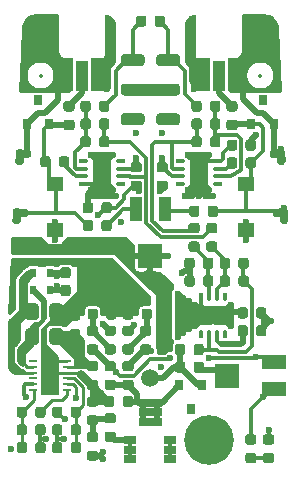
<source format=gtl>
G04 #@! TF.GenerationSoftware,KiCad,Pcbnew,5.1.9-73d0e3b20d~88~ubuntu20.04.1*
G04 #@! TF.CreationDate,2021-08-23T09:26:19+03:00*
G04 #@! TF.ProjectId,diff_probe_amplifier,64696666-5f70-4726-9f62-655f616d706c,rev?*
G04 #@! TF.SameCoordinates,Original*
G04 #@! TF.FileFunction,Copper,L1,Top*
G04 #@! TF.FilePolarity,Positive*
%FSLAX46Y46*%
G04 Gerber Fmt 4.6, Leading zero omitted, Abs format (unit mm)*
G04 Created by KiCad (PCBNEW 5.1.9-73d0e3b20d~88~ubuntu20.04.1) date 2021-08-23 09:26:19*
%MOMM*%
%LPD*%
G01*
G04 APERTURE LIST*
G04 #@! TA.AperFunction,SMDPad,CuDef*
%ADD10R,1.400000X1.200000*%
G04 #@! TD*
G04 #@! TA.AperFunction,SMDPad,CuDef*
%ADD11R,1.500000X3.300000*%
G04 #@! TD*
G04 #@! TA.AperFunction,SMDPad,CuDef*
%ADD12R,0.700000X0.250000*%
G04 #@! TD*
G04 #@! TA.AperFunction,SMDPad,CuDef*
%ADD13C,0.350000*%
G04 #@! TD*
G04 #@! TA.AperFunction,SMDPad,CuDef*
%ADD14R,1.100000X2.600000*%
G04 #@! TD*
G04 #@! TA.AperFunction,SMDPad,CuDef*
%ADD15R,2.000000X1.300000*%
G04 #@! TD*
G04 #@! TA.AperFunction,SMDPad,CuDef*
%ADD16R,2.000000X2.000000*%
G04 #@! TD*
G04 #@! TA.AperFunction,SMDPad,CuDef*
%ADD17R,1.100000X2.000000*%
G04 #@! TD*
G04 #@! TA.AperFunction,ComponentPad*
%ADD18R,1.000000X0.800000*%
G04 #@! TD*
G04 #@! TA.AperFunction,ComponentPad*
%ADD19C,1.500000*%
G04 #@! TD*
G04 #@! TA.AperFunction,SMDPad,CuDef*
%ADD20R,0.800000X0.900000*%
G04 #@! TD*
G04 #@! TA.AperFunction,ComponentPad*
%ADD21C,0.600000*%
G04 #@! TD*
G04 #@! TA.AperFunction,ComponentPad*
%ADD22C,4.200000*%
G04 #@! TD*
G04 #@! TA.AperFunction,SMDPad,CuDef*
%ADD23R,0.600000X0.700000*%
G04 #@! TD*
G04 #@! TA.AperFunction,SMDPad,CuDef*
%ADD24O,0.400000X0.650000*%
G04 #@! TD*
G04 #@! TA.AperFunction,SMDPad,CuDef*
%ADD25R,0.400000X0.300000*%
G04 #@! TD*
G04 #@! TA.AperFunction,SMDPad,CuDef*
%ADD26R,2.400000X1.650000*%
G04 #@! TD*
G04 #@! TA.AperFunction,SMDPad,CuDef*
%ADD27R,1.000000X0.650000*%
G04 #@! TD*
G04 #@! TA.AperFunction,SMDPad,CuDef*
%ADD28O,0.650000X0.400000*%
G04 #@! TD*
G04 #@! TA.AperFunction,SMDPad,CuDef*
%ADD29R,0.300000X0.400000*%
G04 #@! TD*
G04 #@! TA.AperFunction,SMDPad,CuDef*
%ADD30R,1.650000X2.400000*%
G04 #@! TD*
G04 #@! TA.AperFunction,SMDPad,CuDef*
%ADD31R,0.650000X1.000000*%
G04 #@! TD*
G04 #@! TA.AperFunction,ViaPad*
%ADD32C,0.600000*%
G04 #@! TD*
G04 #@! TA.AperFunction,Conductor*
%ADD33C,0.500000*%
G04 #@! TD*
G04 #@! TA.AperFunction,Conductor*
%ADD34C,0.250000*%
G04 #@! TD*
G04 #@! TA.AperFunction,Conductor*
%ADD35C,0.300000*%
G04 #@! TD*
G04 #@! TA.AperFunction,Conductor*
%ADD36C,0.350000*%
G04 #@! TD*
%ADD37C,0.300000*%
%ADD38C,0.350000*%
G04 APERTURE END LIST*
D10*
G04 #@! TO.P,C17,1*
G04 #@! TO.N,/IN-*
X5900000Y-13000000D03*
G04 #@! TO.P,C17,2*
G04 #@! TO.N,GNDA*
X5900000Y-16850000D03*
G04 #@! TD*
G04 #@! TO.P,C16,2*
G04 #@! TO.N,GNDA*
X22100000Y-16850000D03*
G04 #@! TO.P,C16,1*
G04 #@! TO.N,/IN+*
X22100000Y-13000000D03*
G04 #@! TD*
D11*
G04 #@! TO.P,U1,13*
G04 #@! TO.N,GND*
X5500000Y-29200000D03*
D12*
G04 #@! TO.P,U1,12*
X6950000Y-27950000D03*
G04 #@! TO.P,U1,11*
G04 #@! TO.N,Net-(C26-Pad1)*
X6950000Y-28450000D03*
G04 #@! TO.P,U1,10*
G04 #@! TO.N,GND*
X6950000Y-28950000D03*
G04 #@! TO.P,U1,9*
G04 #@! TO.N,Net-(C4-Pad2)*
X6950000Y-29450000D03*
G04 #@! TO.P,U1,8*
G04 #@! TO.N,Net-(C26-Pad1)*
X6950000Y-29950000D03*
G04 #@! TO.P,U1,7*
G04 #@! TO.N,Net-(R1-Pad2)*
X6950000Y-30450000D03*
G04 #@! TO.P,U1,6*
G04 #@! TO.N,Net-(C5-Pad2)*
X4050000Y-30450000D03*
G04 #@! TO.P,U1,5*
G04 #@! TO.N,Net-(C26-Pad1)*
X4050000Y-29950000D03*
G04 #@! TO.P,U1,4*
G04 #@! TO.N,Net-(U1-Pad4)*
X4050000Y-29450000D03*
G04 #@! TO.P,U1,3*
G04 #@! TO.N,Net-(D1-Pad1)*
X4050000Y-28950000D03*
G04 #@! TO.P,U1,2*
G04 #@! TO.N,Net-(D2-Pad2)*
X4050000Y-28450000D03*
G04 #@! TO.P,U1,1*
G04 #@! TO.N,N/C*
X4050000Y-27950000D03*
G04 #@! TD*
G04 #@! TA.AperFunction,SMDPad,CuDef*
D13*
G04 #@! TO.P,J8,2*
G04 #@! TO.N,GNDA*
G36*
X5900000Y-5150000D02*
G01*
X5900000Y850000D01*
X6250000Y1350000D01*
X6250000Y-2350000D01*
X7450000Y-2350000D01*
X7450000Y-5150000D01*
X5900000Y-5150000D01*
G37*
G04 #@! TD.AperFunction*
G04 #@! TA.AperFunction,SMDPad,CuDef*
G36*
X8950000Y-5150000D02*
G01*
X8950000Y-2350000D01*
X10150000Y-2350000D01*
X10150000Y1350000D01*
X10500000Y1350000D01*
X10500000Y-5150000D01*
X8950000Y-5150000D01*
G37*
G04 #@! TD.AperFunction*
D14*
G04 #@! TO.P,J8,1*
G04 #@! TO.N,/CONN_IN-*
X8200000Y-3850000D03*
G04 #@! TD*
G04 #@! TA.AperFunction,SMDPad,CuDef*
D13*
G04 #@! TO.P,J7,2*
G04 #@! TO.N,GNDA*
G36*
X17500000Y-5150000D02*
G01*
X17500000Y1350000D01*
X17850000Y1350000D01*
X17850000Y-2350000D01*
X19050000Y-2350000D01*
X19050000Y-5150000D01*
X17500000Y-5150000D01*
G37*
G04 #@! TD.AperFunction*
G04 #@! TA.AperFunction,SMDPad,CuDef*
G36*
X20550000Y-5150000D02*
G01*
X20550000Y-2350000D01*
X21750000Y-2350000D01*
X21750000Y1350000D01*
X22100000Y850000D01*
X22100000Y-5150000D01*
X20550000Y-5150000D01*
G37*
G04 #@! TD.AperFunction*
D14*
G04 #@! TO.P,J7,1*
G04 #@! TO.N,/CONN_IN+*
X19800000Y-3850000D03*
G04 #@! TD*
D15*
G04 #@! TO.P,RV2,3*
G04 #@! TO.N,+6V*
X24500000Y-28050000D03*
D16*
G04 #@! TO.P,RV2,2*
G04 #@! TO.N,/OFFSET_TRIM*
X20500000Y-29200000D03*
D15*
G04 #@! TO.P,RV2,1*
G04 #@! TO.N,-6V*
X24500000Y-30350000D03*
G04 #@! TD*
D17*
G04 #@! TO.P,RV1,3*
G04 #@! TO.N,Net-(R13-Pad2)*
X12750000Y-15100000D03*
D16*
G04 #@! TO.P,RV1,2*
G04 #@! TO.N,GNDA*
X14000000Y-19100000D03*
D17*
G04 #@! TO.P,RV1,1*
G04 #@! TO.N,Net-(R12-Pad2)*
X15250000Y-15100000D03*
G04 #@! TD*
D18*
G04 #@! TO.P,J1,2*
G04 #@! TO.N,GNDA*
X13500000Y-33100000D03*
X13500000Y-32300000D03*
X13500000Y-31500000D03*
X14500000Y-31500000D03*
X14500000Y-32300000D03*
G04 #@! TO.P,J1,3*
G04 #@! TO.N,+5V*
X15700000Y-34700000D03*
X15700000Y-35500000D03*
X15700000Y-36300000D03*
X12300000Y-34700000D03*
X12300000Y-35500000D03*
X12300000Y-36300000D03*
D19*
G04 #@! TO.P,J1,1*
G04 #@! TO.N,/OUT*
X14000000Y-29400000D03*
D18*
G04 #@! TO.P,J1,2*
G04 #@! TO.N,GNDA*
X14500000Y-33100000D03*
G04 #@! TD*
G04 #@! TO.P,SW1,4*
G04 #@! TO.N,N/C*
G04 #@! TA.AperFunction,SMDPad,CuDef*
G36*
G01*
X11750000Y-7000000D02*
X13250000Y-7000000D01*
G75*
G02*
X13500000Y-7250000I0J-250000D01*
G01*
X13500000Y-7750000D01*
G75*
G02*
X13250000Y-8000000I-250000J0D01*
G01*
X11750000Y-8000000D01*
G75*
G02*
X11500000Y-7750000I0J250000D01*
G01*
X11500000Y-7250000D01*
G75*
G02*
X11750000Y-7000000I250000J0D01*
G01*
G37*
G04 #@! TD.AperFunction*
G04 #@! TO.P,SW1,3*
G04 #@! TA.AperFunction,SMDPad,CuDef*
G36*
G01*
X11750000Y-4500000D02*
X15250000Y-4500000D01*
G75*
G02*
X15500000Y-4750000I0J-250000D01*
G01*
X15500000Y-5250000D01*
G75*
G02*
X15250000Y-5500000I-250000J0D01*
G01*
X11750000Y-5500000D01*
G75*
G02*
X11500000Y-5250000I0J250000D01*
G01*
X11500000Y-4750000D01*
G75*
G02*
X11750000Y-4500000I250000J0D01*
G01*
G37*
G04 #@! TD.AperFunction*
G04 #@! TO.P,SW1,1*
G04 #@! TO.N,Net-(R17-Pad2)*
G04 #@! TA.AperFunction,SMDPad,CuDef*
G36*
G01*
X11750000Y-2000000D02*
X13250000Y-2000000D01*
G75*
G02*
X13500000Y-2250000I0J-250000D01*
G01*
X13500000Y-2750000D01*
G75*
G02*
X13250000Y-3000000I-250000J0D01*
G01*
X11750000Y-3000000D01*
G75*
G02*
X11500000Y-2750000I0J250000D01*
G01*
X11500000Y-2250000D01*
G75*
G02*
X11750000Y-2000000I250000J0D01*
G01*
G37*
G04 #@! TD.AperFunction*
G04 #@! TO.P,SW1,4*
G04 #@! TO.N,N/C*
G04 #@! TA.AperFunction,SMDPad,CuDef*
G36*
G01*
X14750000Y-7000000D02*
X16250000Y-7000000D01*
G75*
G02*
X16500000Y-7250000I0J-250000D01*
G01*
X16500000Y-7750000D01*
G75*
G02*
X16250000Y-8000000I-250000J0D01*
G01*
X14750000Y-8000000D01*
G75*
G02*
X14500000Y-7750000I0J250000D01*
G01*
X14500000Y-7250000D01*
G75*
G02*
X14750000Y-7000000I250000J0D01*
G01*
G37*
G04 #@! TD.AperFunction*
G04 #@! TO.P,SW1,3*
G04 #@! TA.AperFunction,SMDPad,CuDef*
G36*
G01*
X14750000Y-4500000D02*
X16250000Y-4500000D01*
G75*
G02*
X16500000Y-4750000I0J-250000D01*
G01*
X16500000Y-5250000D01*
G75*
G02*
X16250000Y-5500000I-250000J0D01*
G01*
X14750000Y-5500000D01*
G75*
G02*
X14500000Y-5250000I0J250000D01*
G01*
X14500000Y-4750000D01*
G75*
G02*
X14750000Y-4500000I250000J0D01*
G01*
G37*
G04 #@! TD.AperFunction*
G04 #@! TO.P,SW1,2*
G04 #@! TO.N,Net-(R16-Pad2)*
G04 #@! TA.AperFunction,SMDPad,CuDef*
G36*
G01*
X14750000Y-2000000D02*
X16250000Y-2000000D01*
G75*
G02*
X16500000Y-2250000I0J-250000D01*
G01*
X16500000Y-2750000D01*
G75*
G02*
X16250000Y-3000000I-250000J0D01*
G01*
X14750000Y-3000000D01*
G75*
G02*
X14500000Y-2750000I0J250000D01*
G01*
X14500000Y-2250000D01*
G75*
G02*
X14750000Y-2000000I250000J0D01*
G01*
G37*
G04 #@! TD.AperFunction*
G04 #@! TD*
G04 #@! TO.P,R8,2*
G04 #@! TO.N,GNDA*
G04 #@! TA.AperFunction,SMDPad,CuDef*
G36*
G01*
X24256250Y-35050000D02*
X23743750Y-35050000D01*
G75*
G02*
X23525000Y-34831250I0J218750D01*
G01*
X23525000Y-34393750D01*
G75*
G02*
X23743750Y-34175000I218750J0D01*
G01*
X24256250Y-34175000D01*
G75*
G02*
X24475000Y-34393750I0J-218750D01*
G01*
X24475000Y-34831250D01*
G75*
G02*
X24256250Y-35050000I-218750J0D01*
G01*
G37*
G04 #@! TD.AperFunction*
G04 #@! TO.P,R8,1*
G04 #@! TO.N,Net-(D3-Pad2)*
G04 #@! TA.AperFunction,SMDPad,CuDef*
G36*
G01*
X24256250Y-36625000D02*
X23743750Y-36625000D01*
G75*
G02*
X23525000Y-36406250I0J218750D01*
G01*
X23525000Y-35968750D01*
G75*
G02*
X23743750Y-35750000I218750J0D01*
G01*
X24256250Y-35750000D01*
G75*
G02*
X24475000Y-35968750I0J-218750D01*
G01*
X24475000Y-36406250D01*
G75*
G02*
X24256250Y-36625000I-218750J0D01*
G01*
G37*
G04 #@! TD.AperFunction*
G04 #@! TD*
G04 #@! TO.P,R7,2*
G04 #@! TO.N,/OUT*
G04 #@! TA.AperFunction,SMDPad,CuDef*
G36*
G01*
X16950000Y-28243750D02*
X16950000Y-28756250D01*
G75*
G02*
X16731250Y-28975000I-218750J0D01*
G01*
X16293750Y-28975000D01*
G75*
G02*
X16075000Y-28756250I0J218750D01*
G01*
X16075000Y-28243750D01*
G75*
G02*
X16293750Y-28025000I218750J0D01*
G01*
X16731250Y-28025000D01*
G75*
G02*
X16950000Y-28243750I0J-218750D01*
G01*
G37*
G04 #@! TD.AperFunction*
G04 #@! TO.P,R7,1*
G04 #@! TO.N,/OFFSET_TRIM*
G04 #@! TA.AperFunction,SMDPad,CuDef*
G36*
G01*
X18525000Y-28243750D02*
X18525000Y-28756250D01*
G75*
G02*
X18306250Y-28975000I-218750J0D01*
G01*
X17868750Y-28975000D01*
G75*
G02*
X17650000Y-28756250I0J218750D01*
G01*
X17650000Y-28243750D01*
G75*
G02*
X17868750Y-28025000I218750J0D01*
G01*
X18306250Y-28025000D01*
G75*
G02*
X18525000Y-28243750I0J-218750D01*
G01*
G37*
G04 #@! TD.AperFunction*
G04 #@! TD*
G04 #@! TO.P,R4,2*
G04 #@! TO.N,Net-(R17-Pad2)*
G04 #@! TA.AperFunction,SMDPad,CuDef*
G36*
G01*
X13650000Y1056250D02*
X13650000Y543750D01*
G75*
G02*
X13431250Y325000I-218750J0D01*
G01*
X12993750Y325000D01*
G75*
G02*
X12775000Y543750I0J218750D01*
G01*
X12775000Y1056250D01*
G75*
G02*
X12993750Y1275000I218750J0D01*
G01*
X13431250Y1275000D01*
G75*
G02*
X13650000Y1056250I0J-218750D01*
G01*
G37*
G04 #@! TD.AperFunction*
G04 #@! TO.P,R4,1*
G04 #@! TO.N,Net-(R16-Pad2)*
G04 #@! TA.AperFunction,SMDPad,CuDef*
G36*
G01*
X15225000Y1056250D02*
X15225000Y543750D01*
G75*
G02*
X15006250Y325000I-218750J0D01*
G01*
X14568750Y325000D01*
G75*
G02*
X14350000Y543750I0J218750D01*
G01*
X14350000Y1056250D01*
G75*
G02*
X14568750Y1275000I218750J0D01*
G01*
X15006250Y1275000D01*
G75*
G02*
X15225000Y1056250I0J-218750D01*
G01*
G37*
G04 #@! TD.AperFunction*
G04 #@! TD*
D20*
G04 #@! TO.P,D6,3*
G04 #@! TO.N,Net-(D6-Pad3)*
X17400000Y-32000000D03*
G04 #@! TO.P,D6,2*
G04 #@! TO.N,GNDA*
X16450000Y-30000000D03*
G04 #@! TO.P,D6,1*
G04 #@! TO.N,/OUT*
X18350000Y-30000000D03*
G04 #@! TD*
G04 #@! TO.P,D5,3*
G04 #@! TO.N,Net-(D5-Pad3)*
X4500000Y-5900000D03*
G04 #@! TO.P,D5,2*
G04 #@! TO.N,/IN-*
X5450000Y-7900000D03*
G04 #@! TO.P,D5,1*
G04 #@! TO.N,GNDA*
X3550000Y-7900000D03*
G04 #@! TD*
G04 #@! TO.P,D4,3*
G04 #@! TO.N,Net-(D4-Pad3)*
X23500000Y-5900000D03*
G04 #@! TO.P,D4,2*
G04 #@! TO.N,GNDA*
X24450000Y-7900000D03*
G04 #@! TO.P,D4,1*
G04 #@! TO.N,/IN+*
X22550000Y-7900000D03*
G04 #@! TD*
G04 #@! TO.P,D3,2*
G04 #@! TO.N,Net-(D3-Pad2)*
G04 #@! TA.AperFunction,SMDPad,CuDef*
G36*
G01*
X22243750Y-35750000D02*
X22756250Y-35750000D01*
G75*
G02*
X22975000Y-35968750I0J-218750D01*
G01*
X22975000Y-36406250D01*
G75*
G02*
X22756250Y-36625000I-218750J0D01*
G01*
X22243750Y-36625000D01*
G75*
G02*
X22025000Y-36406250I0J218750D01*
G01*
X22025000Y-35968750D01*
G75*
G02*
X22243750Y-35750000I218750J0D01*
G01*
G37*
G04 #@! TD.AperFunction*
G04 #@! TO.P,D3,1*
G04 #@! TO.N,-6V*
G04 #@! TA.AperFunction,SMDPad,CuDef*
G36*
G01*
X22243750Y-34175000D02*
X22756250Y-34175000D01*
G75*
G02*
X22975000Y-34393750I0J-218750D01*
G01*
X22975000Y-34831250D01*
G75*
G02*
X22756250Y-35050000I-218750J0D01*
G01*
X22243750Y-35050000D01*
G75*
G02*
X22025000Y-34831250I0J218750D01*
G01*
X22025000Y-34393750D01*
G75*
G02*
X22243750Y-34175000I218750J0D01*
G01*
G37*
G04 #@! TD.AperFunction*
G04 #@! TD*
G04 #@! TO.P,C18,2*
G04 #@! TO.N,Net-(C18-Pad2)*
G04 #@! TA.AperFunction,SMDPad,CuDef*
G36*
G01*
X18450000Y-21456250D02*
X18450000Y-20943750D01*
G75*
G02*
X18668750Y-20725000I218750J0D01*
G01*
X19106250Y-20725000D01*
G75*
G02*
X19325000Y-20943750I0J-218750D01*
G01*
X19325000Y-21456250D01*
G75*
G02*
X19106250Y-21675000I-218750J0D01*
G01*
X18668750Y-21675000D01*
G75*
G02*
X18450000Y-21456250I0J218750D01*
G01*
G37*
G04 #@! TD.AperFunction*
G04 #@! TO.P,C18,1*
G04 #@! TO.N,GNDA*
G04 #@! TA.AperFunction,SMDPad,CuDef*
G36*
G01*
X16875000Y-21456250D02*
X16875000Y-20943750D01*
G75*
G02*
X17093750Y-20725000I218750J0D01*
G01*
X17531250Y-20725000D01*
G75*
G02*
X17750000Y-20943750I0J-218750D01*
G01*
X17750000Y-21456250D01*
G75*
G02*
X17531250Y-21675000I-218750J0D01*
G01*
X17093750Y-21675000D01*
G75*
G02*
X16875000Y-21456250I0J218750D01*
G01*
G37*
G04 #@! TD.AperFunction*
G04 #@! TD*
G04 #@! TO.P,C21,2*
G04 #@! TO.N,-6V*
G04 #@! TA.AperFunction,SMDPad,CuDef*
G36*
G01*
X9150000Y-14743750D02*
X9150000Y-15256250D01*
G75*
G02*
X8931250Y-15475000I-218750J0D01*
G01*
X8493750Y-15475000D01*
G75*
G02*
X8275000Y-15256250I0J218750D01*
G01*
X8275000Y-14743750D01*
G75*
G02*
X8493750Y-14525000I218750J0D01*
G01*
X8931250Y-14525000D01*
G75*
G02*
X9150000Y-14743750I0J-218750D01*
G01*
G37*
G04 #@! TD.AperFunction*
G04 #@! TO.P,C21,1*
G04 #@! TO.N,GNDA*
G04 #@! TA.AperFunction,SMDPad,CuDef*
G36*
G01*
X10725000Y-14743750D02*
X10725000Y-15256250D01*
G75*
G02*
X10506250Y-15475000I-218750J0D01*
G01*
X10068750Y-15475000D01*
G75*
G02*
X9850000Y-15256250I0J218750D01*
G01*
X9850000Y-14743750D01*
G75*
G02*
X10068750Y-14525000I218750J0D01*
G01*
X10506250Y-14525000D01*
G75*
G02*
X10725000Y-14743750I0J-218750D01*
G01*
G37*
G04 #@! TD.AperFunction*
G04 #@! TD*
G04 #@! TO.P,C20,2*
G04 #@! TO.N,GNDA*
G04 #@! TA.AperFunction,SMDPad,CuDef*
G36*
G01*
X12543750Y-12700000D02*
X13056250Y-12700000D01*
G75*
G02*
X13275000Y-12918750I0J-218750D01*
G01*
X13275000Y-13356250D01*
G75*
G02*
X13056250Y-13575000I-218750J0D01*
G01*
X12543750Y-13575000D01*
G75*
G02*
X12325000Y-13356250I0J218750D01*
G01*
X12325000Y-12918750D01*
G75*
G02*
X12543750Y-12700000I218750J0D01*
G01*
G37*
G04 #@! TD.AperFunction*
G04 #@! TO.P,C20,1*
G04 #@! TO.N,+6V*
G04 #@! TA.AperFunction,SMDPad,CuDef*
G36*
G01*
X12543750Y-11125000D02*
X13056250Y-11125000D01*
G75*
G02*
X13275000Y-11343750I0J-218750D01*
G01*
X13275000Y-11781250D01*
G75*
G02*
X13056250Y-12000000I-218750J0D01*
G01*
X12543750Y-12000000D01*
G75*
G02*
X12325000Y-11781250I0J218750D01*
G01*
X12325000Y-11343750D01*
G75*
G02*
X12543750Y-11125000I218750J0D01*
G01*
G37*
G04 #@! TD.AperFunction*
G04 #@! TD*
G04 #@! TO.P,L4,2*
G04 #@! TO.N,Net-(D1-Pad1)*
G04 #@! TA.AperFunction,SMDPad,CuDef*
G36*
G01*
X4550000Y-23349999D02*
X4550000Y-24250001D01*
G75*
G02*
X4300001Y-24500000I-249999J0D01*
G01*
X3649999Y-24500000D01*
G75*
G02*
X3400000Y-24250001I0J249999D01*
G01*
X3400000Y-23349999D01*
G75*
G02*
X3649999Y-23100000I249999J0D01*
G01*
X4300001Y-23100000D01*
G75*
G02*
X4550000Y-23349999I0J-249999D01*
G01*
G37*
G04 #@! TD.AperFunction*
G04 #@! TO.P,L4,1*
G04 #@! TO.N,GND*
G04 #@! TA.AperFunction,SMDPad,CuDef*
G36*
G01*
X6600000Y-23349999D02*
X6600000Y-24250001D01*
G75*
G02*
X6350001Y-24500000I-249999J0D01*
G01*
X5699999Y-24500000D01*
G75*
G02*
X5450000Y-24250001I0J249999D01*
G01*
X5450000Y-23349999D01*
G75*
G02*
X5699999Y-23100000I249999J0D01*
G01*
X6350001Y-23100000D01*
G75*
G02*
X6600000Y-23349999I0J-249999D01*
G01*
G37*
G04 #@! TD.AperFunction*
G04 #@! TD*
G04 #@! TO.P,L3,2*
G04 #@! TO.N,Net-(D2-Pad2)*
G04 #@! TA.AperFunction,SMDPad,CuDef*
G36*
G01*
X4550000Y-25449999D02*
X4550000Y-26350001D01*
G75*
G02*
X4300001Y-26600000I-249999J0D01*
G01*
X3649999Y-26600000D01*
G75*
G02*
X3400000Y-26350001I0J249999D01*
G01*
X3400000Y-25449999D01*
G75*
G02*
X3649999Y-25200000I249999J0D01*
G01*
X4300001Y-25200000D01*
G75*
G02*
X4550000Y-25449999I0J-249999D01*
G01*
G37*
G04 #@! TD.AperFunction*
G04 #@! TO.P,L3,1*
G04 #@! TO.N,Net-(C26-Pad1)*
G04 #@! TA.AperFunction,SMDPad,CuDef*
G36*
G01*
X6600000Y-25449999D02*
X6600000Y-26350001D01*
G75*
G02*
X6350001Y-26600000I-249999J0D01*
G01*
X5699999Y-26600000D01*
G75*
G02*
X5450000Y-26350001I0J249999D01*
G01*
X5450000Y-25449999D01*
G75*
G02*
X5699999Y-25200000I249999J0D01*
G01*
X6350001Y-25200000D01*
G75*
G02*
X6600000Y-25449999I0J-249999D01*
G01*
G37*
G04 #@! TD.AperFunction*
G04 #@! TD*
G04 #@! TO.P,C22,2*
G04 #@! TO.N,GNDA*
G04 #@! TA.AperFunction,SMDPad,CuDef*
G36*
G01*
X14743750Y-12700000D02*
X15256250Y-12700000D01*
G75*
G02*
X15475000Y-12918750I0J-218750D01*
G01*
X15475000Y-13356250D01*
G75*
G02*
X15256250Y-13575000I-218750J0D01*
G01*
X14743750Y-13575000D01*
G75*
G02*
X14525000Y-13356250I0J218750D01*
G01*
X14525000Y-12918750D01*
G75*
G02*
X14743750Y-12700000I218750J0D01*
G01*
G37*
G04 #@! TD.AperFunction*
G04 #@! TO.P,C22,1*
G04 #@! TO.N,+6V*
G04 #@! TA.AperFunction,SMDPad,CuDef*
G36*
G01*
X14743750Y-11125000D02*
X15256250Y-11125000D01*
G75*
G02*
X15475000Y-11343750I0J-218750D01*
G01*
X15475000Y-11781250D01*
G75*
G02*
X15256250Y-12000000I-218750J0D01*
G01*
X14743750Y-12000000D01*
G75*
G02*
X14525000Y-11781250I0J218750D01*
G01*
X14525000Y-11343750D01*
G75*
G02*
X14743750Y-11125000I218750J0D01*
G01*
G37*
G04 #@! TD.AperFunction*
G04 #@! TD*
G04 #@! TO.P,J4,1*
G04 #@! TO.N,GNDA*
G04 #@! TA.AperFunction,SMDPad,CuDef*
G36*
G01*
X25299309Y-11332997D02*
X24899857Y-11353932D01*
G75*
G02*
X24847309Y-11306618I-2617J49931D01*
G01*
X24842075Y-11206755D01*
G75*
G02*
X24889389Y-11154207I49931J2617D01*
G01*
X25288841Y-11133272D01*
G75*
G02*
X25341389Y-11180586I2617J-49931D01*
G01*
X25346623Y-11280449D01*
G75*
G02*
X25299309Y-11332997I-49931J-2617D01*
G01*
G37*
G04 #@! TD.AperFunction*
G04 #@! TA.AperFunction,SMDPad,CuDef*
G36*
G01*
X25270524Y-10783750D02*
X24871072Y-10804685D01*
G75*
G02*
X24818524Y-10757371I-2617J49931D01*
G01*
X24813290Y-10657508D01*
G75*
G02*
X24860604Y-10604960I49931J2617D01*
G01*
X25260056Y-10584025D01*
G75*
G02*
X25312604Y-10631339I2617J-49931D01*
G01*
X25317838Y-10731202D01*
G75*
G02*
X25270524Y-10783750I-49931J-2617D01*
G01*
G37*
G04 #@! TD.AperFunction*
G04 #@! TA.AperFunction,SMDPad,CuDef*
G36*
G01*
X24111633Y-10644212D02*
X24090698Y-10244760D01*
G75*
G02*
X24138012Y-10192212I49931J2617D01*
G01*
X24237875Y-10186978D01*
G75*
G02*
X24290423Y-10234292I2617J-49931D01*
G01*
X24311358Y-10633744D01*
G75*
G02*
X24264044Y-10686292I-49931J-2617D01*
G01*
X24164181Y-10691526D01*
G75*
G02*
X24111633Y-10644212I-2617J49931D01*
G01*
G37*
G04 #@! TD.AperFunction*
G04 #@! TA.AperFunction,SMDPad,CuDef*
G36*
G01*
X24891016Y-9752199D02*
X25140673Y-9739115D01*
G75*
G02*
X25272044Y-9857402I6542J-124829D01*
G01*
X25295595Y-10306786D01*
G75*
G02*
X25177308Y-10438157I-124829J-6542D01*
G01*
X24927651Y-10451241D01*
G75*
G02*
X24796280Y-10332954I-6542J124829D01*
G01*
X24772729Y-9883570D01*
G75*
G02*
X24891016Y-9752199I124829J6542D01*
G01*
G37*
G04 #@! TD.AperFunction*
G04 #@! TA.AperFunction,SMDPad,CuDef*
G36*
G01*
X24110324Y-10619246D02*
X24092006Y-10269725D01*
G75*
G02*
X24257607Y-10085806I174760J9159D01*
G01*
X25206305Y-10036087D01*
G75*
G02*
X25390224Y-10201688I9159J-174760D01*
G01*
X25408542Y-10551209D01*
G75*
G02*
X25242941Y-10735128I-174760J-9159D01*
G01*
X24294243Y-10784847D01*
G75*
G02*
X24110324Y-10619246I-9159J174760D01*
G01*
G37*
G04 #@! TD.AperFunction*
G04 #@! TA.AperFunction,SMDPad,CuDef*
G36*
G01*
X24856785Y-10054405D02*
X25206306Y-10036087D01*
G75*
G02*
X25390225Y-10201688I9159J-174760D01*
G01*
X25439944Y-11150386D01*
G75*
G02*
X25274343Y-11334305I-174760J-9159D01*
G01*
X24924822Y-11352623D01*
G75*
G02*
X24740903Y-11187022I-9159J174760D01*
G01*
X24691184Y-10238324D01*
G75*
G02*
X24856785Y-10054405I174760J9159D01*
G01*
G37*
G04 #@! TD.AperFunction*
D21*
X25099794Y-10392150D03*
X24500617Y-10423551D03*
X25131196Y-10991327D03*
G04 #@! TD*
G04 #@! TO.P,J3,1*
G04 #@! TO.N,/IN+*
G04 #@! TA.AperFunction,SMDPad,CuDef*
G36*
G01*
X25549309Y-16332997D02*
X25149857Y-16353932D01*
G75*
G02*
X25097309Y-16306618I-2617J49931D01*
G01*
X25092075Y-16206755D01*
G75*
G02*
X25139389Y-16154207I49931J2617D01*
G01*
X25538841Y-16133272D01*
G75*
G02*
X25591389Y-16180586I2617J-49931D01*
G01*
X25596623Y-16280449D01*
G75*
G02*
X25549309Y-16332997I-49931J-2617D01*
G01*
G37*
G04 #@! TD.AperFunction*
G04 #@! TA.AperFunction,SMDPad,CuDef*
G36*
G01*
X25520524Y-15783750D02*
X25121072Y-15804685D01*
G75*
G02*
X25068524Y-15757371I-2617J49931D01*
G01*
X25063290Y-15657508D01*
G75*
G02*
X25110604Y-15604960I49931J2617D01*
G01*
X25510056Y-15584025D01*
G75*
G02*
X25562604Y-15631339I2617J-49931D01*
G01*
X25567838Y-15731202D01*
G75*
G02*
X25520524Y-15783750I-49931J-2617D01*
G01*
G37*
G04 #@! TD.AperFunction*
G04 #@! TA.AperFunction,SMDPad,CuDef*
G36*
G01*
X24361633Y-15644212D02*
X24340698Y-15244760D01*
G75*
G02*
X24388012Y-15192212I49931J2617D01*
G01*
X24487875Y-15186978D01*
G75*
G02*
X24540423Y-15234292I2617J-49931D01*
G01*
X24561358Y-15633744D01*
G75*
G02*
X24514044Y-15686292I-49931J-2617D01*
G01*
X24414181Y-15691526D01*
G75*
G02*
X24361633Y-15644212I-2617J49931D01*
G01*
G37*
G04 #@! TD.AperFunction*
G04 #@! TA.AperFunction,SMDPad,CuDef*
G36*
G01*
X25141016Y-14752199D02*
X25390673Y-14739115D01*
G75*
G02*
X25522044Y-14857402I6542J-124829D01*
G01*
X25545595Y-15306786D01*
G75*
G02*
X25427308Y-15438157I-124829J-6542D01*
G01*
X25177651Y-15451241D01*
G75*
G02*
X25046280Y-15332954I-6542J124829D01*
G01*
X25022729Y-14883570D01*
G75*
G02*
X25141016Y-14752199I124829J6542D01*
G01*
G37*
G04 #@! TD.AperFunction*
G04 #@! TA.AperFunction,SMDPad,CuDef*
G36*
G01*
X24360324Y-15619246D02*
X24342006Y-15269725D01*
G75*
G02*
X24507607Y-15085806I174760J9159D01*
G01*
X25456305Y-15036087D01*
G75*
G02*
X25640224Y-15201688I9159J-174760D01*
G01*
X25658542Y-15551209D01*
G75*
G02*
X25492941Y-15735128I-174760J-9159D01*
G01*
X24544243Y-15784847D01*
G75*
G02*
X24360324Y-15619246I-9159J174760D01*
G01*
G37*
G04 #@! TD.AperFunction*
G04 #@! TA.AperFunction,SMDPad,CuDef*
G36*
G01*
X25106785Y-15054405D02*
X25456306Y-15036087D01*
G75*
G02*
X25640225Y-15201688I9159J-174760D01*
G01*
X25689944Y-16150386D01*
G75*
G02*
X25524343Y-16334305I-174760J-9159D01*
G01*
X25174822Y-16352623D01*
G75*
G02*
X24990903Y-16187022I-9159J174760D01*
G01*
X24941184Y-15238324D01*
G75*
G02*
X25106785Y-15054405I174760J9159D01*
G01*
G37*
G04 #@! TD.AperFunction*
X25349794Y-15392150D03*
X24750617Y-15423551D03*
X25381196Y-15991327D03*
G04 #@! TD*
G04 #@! TO.P,J6,1*
G04 #@! TO.N,/IN-*
G04 #@! TA.AperFunction,SMDPad,CuDef*
G36*
G01*
X3659302Y-15244760D02*
X3638367Y-15644212D01*
G75*
G02*
X3585819Y-15691526I-49931J2617D01*
G01*
X3485956Y-15686292D01*
G75*
G02*
X3438642Y-15633744I2617J49931D01*
G01*
X3459577Y-15234292D01*
G75*
G02*
X3512125Y-15186978I49931J-2617D01*
G01*
X3611988Y-15192212D01*
G75*
G02*
X3659302Y-15244760I-2617J-49931D01*
G01*
G37*
G04 #@! TD.AperFunction*
G04 #@! TA.AperFunction,SMDPad,CuDef*
G36*
G01*
X2850143Y-16353932D02*
X2450691Y-16332997D01*
G75*
G02*
X2403377Y-16280449I2617J49931D01*
G01*
X2408611Y-16180586D01*
G75*
G02*
X2461159Y-16133272I49931J-2617D01*
G01*
X2860611Y-16154207D01*
G75*
G02*
X2907925Y-16206755I-2617J-49931D01*
G01*
X2902691Y-16306618D01*
G75*
G02*
X2850143Y-16353932I-49931J2617D01*
G01*
G37*
G04 #@! TD.AperFunction*
X2618804Y-15991327D03*
X3249383Y-15423551D03*
X2650206Y-15392150D03*
G04 #@! TA.AperFunction,SMDPad,CuDef*
G36*
G01*
X2825178Y-16352623D02*
X2475657Y-16334305D01*
G75*
G02*
X2310056Y-16150386I9159J174760D01*
G01*
X2359775Y-15201688D01*
G75*
G02*
X2543694Y-15036087I174760J-9159D01*
G01*
X2893215Y-15054405D01*
G75*
G02*
X3058816Y-15238324I-9159J-174760D01*
G01*
X3009097Y-16187022D01*
G75*
G02*
X2825178Y-16352623I-174760J9159D01*
G01*
G37*
G04 #@! TD.AperFunction*
G04 #@! TA.AperFunction,SMDPad,CuDef*
G36*
G01*
X2341458Y-15551209D02*
X2359776Y-15201688D01*
G75*
G02*
X2543695Y-15036087I174760J-9159D01*
G01*
X3492393Y-15085806D01*
G75*
G02*
X3657994Y-15269725I-9159J-174760D01*
G01*
X3639676Y-15619246D01*
G75*
G02*
X3455757Y-15784847I-174760J9159D01*
G01*
X2507059Y-15735128D01*
G75*
G02*
X2341458Y-15551209I9159J174760D01*
G01*
G37*
G04 #@! TD.AperFunction*
G04 #@! TD*
G04 #@! TO.P,J5,1*
G04 #@! TO.N,GNDA*
G04 #@! TA.AperFunction,SMDPad,CuDef*
G36*
G01*
X3909302Y-10244760D02*
X3888367Y-10644212D01*
G75*
G02*
X3835819Y-10691526I-49931J2617D01*
G01*
X3735956Y-10686292D01*
G75*
G02*
X3688642Y-10633744I2617J49931D01*
G01*
X3709577Y-10234292D01*
G75*
G02*
X3762125Y-10186978I49931J-2617D01*
G01*
X3861988Y-10192212D01*
G75*
G02*
X3909302Y-10244760I-2617J-49931D01*
G01*
G37*
G04 #@! TD.AperFunction*
G04 #@! TA.AperFunction,SMDPad,CuDef*
G36*
G01*
X3100143Y-11353932D02*
X2700691Y-11332997D01*
G75*
G02*
X2653377Y-11280449I2617J49931D01*
G01*
X2658611Y-11180586D01*
G75*
G02*
X2711159Y-11133272I49931J-2617D01*
G01*
X3110611Y-11154207D01*
G75*
G02*
X3157925Y-11206755I-2617J-49931D01*
G01*
X3152691Y-11306618D01*
G75*
G02*
X3100143Y-11353932I-49931J2617D01*
G01*
G37*
G04 #@! TD.AperFunction*
X2868804Y-10991327D03*
X3499383Y-10423551D03*
X2900206Y-10392150D03*
G04 #@! TA.AperFunction,SMDPad,CuDef*
G36*
G01*
X3075178Y-11352623D02*
X2725657Y-11334305D01*
G75*
G02*
X2560056Y-11150386I9159J174760D01*
G01*
X2609775Y-10201688D01*
G75*
G02*
X2793694Y-10036087I174760J-9159D01*
G01*
X3143215Y-10054405D01*
G75*
G02*
X3308816Y-10238324I-9159J-174760D01*
G01*
X3259097Y-11187022D01*
G75*
G02*
X3075178Y-11352623I-174760J9159D01*
G01*
G37*
G04 #@! TD.AperFunction*
G04 #@! TA.AperFunction,SMDPad,CuDef*
G36*
G01*
X2591458Y-10551209D02*
X2609776Y-10201688D01*
G75*
G02*
X2793695Y-10036087I174760J-9159D01*
G01*
X3742393Y-10085806D01*
G75*
G02*
X3907994Y-10269725I-9159J-174760D01*
G01*
X3889676Y-10619246D01*
G75*
G02*
X3705757Y-10784847I-174760J9159D01*
G01*
X2757059Y-10735128D01*
G75*
G02*
X2591458Y-10551209I9159J174760D01*
G01*
G37*
G04 #@! TD.AperFunction*
G04 #@! TD*
G04 #@! TO.P,R23,2*
G04 #@! TO.N,/IN+*
G04 #@! TA.AperFunction,SMDPad,CuDef*
G36*
G01*
X22050000Y-11456250D02*
X22050000Y-10943750D01*
G75*
G02*
X22268750Y-10725000I218750J0D01*
G01*
X22706250Y-10725000D01*
G75*
G02*
X22925000Y-10943750I0J-218750D01*
G01*
X22925000Y-11456250D01*
G75*
G02*
X22706250Y-11675000I-218750J0D01*
G01*
X22268750Y-11675000D01*
G75*
G02*
X22050000Y-11456250I0J218750D01*
G01*
G37*
G04 #@! TD.AperFunction*
G04 #@! TO.P,R23,1*
G04 #@! TO.N,Net-(R23-Pad1)*
G04 #@! TA.AperFunction,SMDPad,CuDef*
G36*
G01*
X20475000Y-11456250D02*
X20475000Y-10943750D01*
G75*
G02*
X20693750Y-10725000I218750J0D01*
G01*
X21131250Y-10725000D01*
G75*
G02*
X21350000Y-10943750I0J-218750D01*
G01*
X21350000Y-11456250D01*
G75*
G02*
X21131250Y-11675000I-218750J0D01*
G01*
X20693750Y-11675000D01*
G75*
G02*
X20475000Y-11456250I0J218750D01*
G01*
G37*
G04 #@! TD.AperFunction*
G04 #@! TD*
G04 #@! TO.P,R11,2*
G04 #@! TO.N,/IN-*
G04 #@! TA.AperFunction,SMDPad,CuDef*
G36*
G01*
X5550000Y-10843750D02*
X5550000Y-11356250D01*
G75*
G02*
X5331250Y-11575000I-218750J0D01*
G01*
X4893750Y-11575000D01*
G75*
G02*
X4675000Y-11356250I0J218750D01*
G01*
X4675000Y-10843750D01*
G75*
G02*
X4893750Y-10625000I218750J0D01*
G01*
X5331250Y-10625000D01*
G75*
G02*
X5550000Y-10843750I0J-218750D01*
G01*
G37*
G04 #@! TD.AperFunction*
G04 #@! TO.P,R11,1*
G04 #@! TO.N,Net-(R11-Pad1)*
G04 #@! TA.AperFunction,SMDPad,CuDef*
G36*
G01*
X7125000Y-10843750D02*
X7125000Y-11356250D01*
G75*
G02*
X6906250Y-11575000I-218750J0D01*
G01*
X6468750Y-11575000D01*
G75*
G02*
X6250000Y-11356250I0J218750D01*
G01*
X6250000Y-10843750D01*
G75*
G02*
X6468750Y-10625000I218750J0D01*
G01*
X6906250Y-10625000D01*
G75*
G02*
X7125000Y-10843750I0J-218750D01*
G01*
G37*
G04 #@! TD.AperFunction*
G04 #@! TD*
G04 #@! TO.P,L9,2*
G04 #@! TO.N,GND*
G04 #@! TA.AperFunction,SMDPad,CuDef*
G36*
G01*
X10950000Y-31143750D02*
X10950000Y-31656250D01*
G75*
G02*
X10731250Y-31875000I-218750J0D01*
G01*
X10293750Y-31875000D01*
G75*
G02*
X10075000Y-31656250I0J218750D01*
G01*
X10075000Y-31143750D01*
G75*
G02*
X10293750Y-30925000I218750J0D01*
G01*
X10731250Y-30925000D01*
G75*
G02*
X10950000Y-31143750I0J-218750D01*
G01*
G37*
G04 #@! TD.AperFunction*
G04 #@! TO.P,L9,1*
G04 #@! TO.N,GNDA*
G04 #@! TA.AperFunction,SMDPad,CuDef*
G36*
G01*
X12525000Y-31143750D02*
X12525000Y-31656250D01*
G75*
G02*
X12306250Y-31875000I-218750J0D01*
G01*
X11868750Y-31875000D01*
G75*
G02*
X11650000Y-31656250I0J218750D01*
G01*
X11650000Y-31143750D01*
G75*
G02*
X11868750Y-30925000I218750J0D01*
G01*
X12306250Y-30925000D01*
G75*
G02*
X12525000Y-31143750I0J-218750D01*
G01*
G37*
G04 #@! TD.AperFunction*
G04 #@! TD*
G04 #@! TO.P,C11,2*
G04 #@! TO.N,Net-(C11-Pad2)*
G04 #@! TA.AperFunction,SMDPad,CuDef*
G36*
G01*
X8950000Y-7643750D02*
X8950000Y-8156250D01*
G75*
G02*
X8731250Y-8375000I-218750J0D01*
G01*
X8293750Y-8375000D01*
G75*
G02*
X8075000Y-8156250I0J218750D01*
G01*
X8075000Y-7643750D01*
G75*
G02*
X8293750Y-7425000I218750J0D01*
G01*
X8731250Y-7425000D01*
G75*
G02*
X8950000Y-7643750I0J-218750D01*
G01*
G37*
G04 #@! TD.AperFunction*
G04 #@! TO.P,C11,1*
G04 #@! TO.N,Net-(C11-Pad1)*
G04 #@! TA.AperFunction,SMDPad,CuDef*
G36*
G01*
X10525000Y-7643750D02*
X10525000Y-8156250D01*
G75*
G02*
X10306250Y-8375000I-218750J0D01*
G01*
X9868750Y-8375000D01*
G75*
G02*
X9650000Y-8156250I0J218750D01*
G01*
X9650000Y-7643750D01*
G75*
G02*
X9868750Y-7425000I218750J0D01*
G01*
X10306250Y-7425000D01*
G75*
G02*
X10525000Y-7643750I0J-218750D01*
G01*
G37*
G04 #@! TD.AperFunction*
G04 #@! TD*
G04 #@! TO.P,C1,2*
G04 #@! TO.N,Net-(C1-Pad2)*
G04 #@! TA.AperFunction,SMDPad,CuDef*
G36*
G01*
X18350000Y-7643750D02*
X18350000Y-8156250D01*
G75*
G02*
X18131250Y-8375000I-218750J0D01*
G01*
X17693750Y-8375000D01*
G75*
G02*
X17475000Y-8156250I0J218750D01*
G01*
X17475000Y-7643750D01*
G75*
G02*
X17693750Y-7425000I218750J0D01*
G01*
X18131250Y-7425000D01*
G75*
G02*
X18350000Y-7643750I0J-218750D01*
G01*
G37*
G04 #@! TD.AperFunction*
G04 #@! TO.P,C1,1*
G04 #@! TO.N,Net-(C1-Pad1)*
G04 #@! TA.AperFunction,SMDPad,CuDef*
G36*
G01*
X19925000Y-7643750D02*
X19925000Y-8156250D01*
G75*
G02*
X19706250Y-8375000I-218750J0D01*
G01*
X19268750Y-8375000D01*
G75*
G02*
X19050000Y-8156250I0J218750D01*
G01*
X19050000Y-7643750D01*
G75*
G02*
X19268750Y-7425000I218750J0D01*
G01*
X19706250Y-7425000D01*
G75*
G02*
X19925000Y-7643750I0J-218750D01*
G01*
G37*
G04 #@! TD.AperFunction*
G04 #@! TD*
D22*
G04 #@! TO.P,H1,1*
G04 #@! TO.N,GNDA*
X19000000Y-34700000D03*
G04 #@! TD*
G04 #@! TO.P,R12,2*
G04 #@! TO.N,Net-(R12-Pad2)*
G04 #@! TA.AperFunction,SMDPad,CuDef*
G36*
G01*
X18150000Y-15043750D02*
X18150000Y-15556250D01*
G75*
G02*
X17931250Y-15775000I-218750J0D01*
G01*
X17493750Y-15775000D01*
G75*
G02*
X17275000Y-15556250I0J218750D01*
G01*
X17275000Y-15043750D01*
G75*
G02*
X17493750Y-14825000I218750J0D01*
G01*
X17931250Y-14825000D01*
G75*
G02*
X18150000Y-15043750I0J-218750D01*
G01*
G37*
G04 #@! TD.AperFunction*
G04 #@! TO.P,R12,1*
G04 #@! TO.N,/IN+*
G04 #@! TA.AperFunction,SMDPad,CuDef*
G36*
G01*
X19725000Y-15043750D02*
X19725000Y-15556250D01*
G75*
G02*
X19506250Y-15775000I-218750J0D01*
G01*
X19068750Y-15775000D01*
G75*
G02*
X18850000Y-15556250I0J218750D01*
G01*
X18850000Y-15043750D01*
G75*
G02*
X19068750Y-14825000I218750J0D01*
G01*
X19506250Y-14825000D01*
G75*
G02*
X19725000Y-15043750I0J-218750D01*
G01*
G37*
G04 #@! TD.AperFunction*
G04 #@! TD*
G04 #@! TO.P,L8,2*
G04 #@! TO.N,-6V*
G04 #@! TA.AperFunction,SMDPad,CuDef*
G36*
G01*
X13343750Y-26550000D02*
X13856250Y-26550000D01*
G75*
G02*
X14075000Y-26768750I0J-218750D01*
G01*
X14075000Y-27206250D01*
G75*
G02*
X13856250Y-27425000I-218750J0D01*
G01*
X13343750Y-27425000D01*
G75*
G02*
X13125000Y-27206250I0J218750D01*
G01*
X13125000Y-26768750D01*
G75*
G02*
X13343750Y-26550000I218750J0D01*
G01*
G37*
G04 #@! TD.AperFunction*
G04 #@! TO.P,L8,1*
G04 #@! TO.N,Net-(C9-Pad1)*
G04 #@! TA.AperFunction,SMDPad,CuDef*
G36*
G01*
X13343750Y-24975000D02*
X13856250Y-24975000D01*
G75*
G02*
X14075000Y-25193750I0J-218750D01*
G01*
X14075000Y-25631250D01*
G75*
G02*
X13856250Y-25850000I-218750J0D01*
G01*
X13343750Y-25850000D01*
G75*
G02*
X13125000Y-25631250I0J218750D01*
G01*
X13125000Y-25193750D01*
G75*
G02*
X13343750Y-24975000I218750J0D01*
G01*
G37*
G04 #@! TD.AperFunction*
G04 #@! TD*
G04 #@! TO.P,L7,2*
G04 #@! TO.N,+6V*
G04 #@! TA.AperFunction,SMDPad,CuDef*
G36*
G01*
X8843750Y-26550000D02*
X9356250Y-26550000D01*
G75*
G02*
X9575000Y-26768750I0J-218750D01*
G01*
X9575000Y-27206250D01*
G75*
G02*
X9356250Y-27425000I-218750J0D01*
G01*
X8843750Y-27425000D01*
G75*
G02*
X8625000Y-27206250I0J218750D01*
G01*
X8625000Y-26768750D01*
G75*
G02*
X8843750Y-26550000I218750J0D01*
G01*
G37*
G04 #@! TD.AperFunction*
G04 #@! TO.P,L7,1*
G04 #@! TO.N,Net-(C8-Pad1)*
G04 #@! TA.AperFunction,SMDPad,CuDef*
G36*
G01*
X8843750Y-24975000D02*
X9356250Y-24975000D01*
G75*
G02*
X9575000Y-25193750I0J-218750D01*
G01*
X9575000Y-25631250D01*
G75*
G02*
X9356250Y-25850000I-218750J0D01*
G01*
X8843750Y-25850000D01*
G75*
G02*
X8625000Y-25631250I0J218750D01*
G01*
X8625000Y-25193750D01*
G75*
G02*
X8843750Y-24975000I218750J0D01*
G01*
G37*
G04 #@! TD.AperFunction*
G04 #@! TD*
G04 #@! TO.P,L1,2*
G04 #@! TO.N,Net-(C2-Pad1)*
G04 #@! TA.AperFunction,SMDPad,CuDef*
G36*
G01*
X10856250Y-33250000D02*
X10343750Y-33250000D01*
G75*
G02*
X10125000Y-33031250I0J218750D01*
G01*
X10125000Y-32593750D01*
G75*
G02*
X10343750Y-32375000I218750J0D01*
G01*
X10856250Y-32375000D01*
G75*
G02*
X11075000Y-32593750I0J-218750D01*
G01*
X11075000Y-33031250D01*
G75*
G02*
X10856250Y-33250000I-218750J0D01*
G01*
G37*
G04 #@! TD.AperFunction*
G04 #@! TO.P,L1,1*
G04 #@! TO.N,+5V*
G04 #@! TA.AperFunction,SMDPad,CuDef*
G36*
G01*
X10856250Y-34825000D02*
X10343750Y-34825000D01*
G75*
G02*
X10125000Y-34606250I0J218750D01*
G01*
X10125000Y-34168750D01*
G75*
G02*
X10343750Y-33950000I218750J0D01*
G01*
X10856250Y-33950000D01*
G75*
G02*
X11075000Y-34168750I0J-218750D01*
G01*
X11075000Y-34606250D01*
G75*
G02*
X10856250Y-34825000I-218750J0D01*
G01*
G37*
G04 #@! TD.AperFunction*
G04 #@! TD*
G04 #@! TO.P,R15,2*
G04 #@! TO.N,Net-(C11-Pad1)*
G04 #@! TA.AperFunction,SMDPad,CuDef*
G36*
G01*
X9650000Y-9656250D02*
X9650000Y-9143750D01*
G75*
G02*
X9868750Y-8925000I218750J0D01*
G01*
X10306250Y-8925000D01*
G75*
G02*
X10525000Y-9143750I0J-218750D01*
G01*
X10525000Y-9656250D01*
G75*
G02*
X10306250Y-9875000I-218750J0D01*
G01*
X9868750Y-9875000D01*
G75*
G02*
X9650000Y-9656250I0J218750D01*
G01*
G37*
G04 #@! TD.AperFunction*
G04 #@! TO.P,R15,1*
G04 #@! TO.N,Net-(C11-Pad2)*
G04 #@! TA.AperFunction,SMDPad,CuDef*
G36*
G01*
X8075000Y-9656250D02*
X8075000Y-9143750D01*
G75*
G02*
X8293750Y-8925000I218750J0D01*
G01*
X8731250Y-8925000D01*
G75*
G02*
X8950000Y-9143750I0J-218750D01*
G01*
X8950000Y-9656250D01*
G75*
G02*
X8731250Y-9875000I-218750J0D01*
G01*
X8293750Y-9875000D01*
G75*
G02*
X8075000Y-9656250I0J218750D01*
G01*
G37*
G04 #@! TD.AperFunction*
G04 #@! TD*
G04 #@! TO.P,C26,2*
G04 #@! TO.N,GND*
G04 #@! TA.AperFunction,SMDPad,CuDef*
G36*
G01*
X8843750Y-29550000D02*
X9356250Y-29550000D01*
G75*
G02*
X9575000Y-29768750I0J-218750D01*
G01*
X9575000Y-30206250D01*
G75*
G02*
X9356250Y-30425000I-218750J0D01*
G01*
X8843750Y-30425000D01*
G75*
G02*
X8625000Y-30206250I0J218750D01*
G01*
X8625000Y-29768750D01*
G75*
G02*
X8843750Y-29550000I218750J0D01*
G01*
G37*
G04 #@! TD.AperFunction*
G04 #@! TO.P,C26,1*
G04 #@! TO.N,Net-(C26-Pad1)*
G04 #@! TA.AperFunction,SMDPad,CuDef*
G36*
G01*
X8843750Y-27975000D02*
X9356250Y-27975000D01*
G75*
G02*
X9575000Y-28193750I0J-218750D01*
G01*
X9575000Y-28631250D01*
G75*
G02*
X9356250Y-28850000I-218750J0D01*
G01*
X8843750Y-28850000D01*
G75*
G02*
X8625000Y-28631250I0J218750D01*
G01*
X8625000Y-28193750D01*
G75*
G02*
X8843750Y-27975000I218750J0D01*
G01*
G37*
G04 #@! TD.AperFunction*
G04 #@! TD*
D23*
G04 #@! TO.P,D2,1*
G04 #@! TO.N,Net-(C4-Pad1)*
X5500000Y-22000000D03*
G04 #@! TO.P,D2,2*
G04 #@! TO.N,Net-(D2-Pad2)*
X4100000Y-22000000D03*
G04 #@! TD*
G04 #@! TO.P,D1,1*
G04 #@! TO.N,Net-(D1-Pad1)*
X4100000Y-20500000D03*
G04 #@! TO.P,D1,2*
G04 #@! TO.N,Net-(C5-Pad1)*
X5500000Y-20500000D03*
G04 #@! TD*
D24*
G04 #@! TO.P,U4,8*
G04 #@! TO.N,Net-(U4-Pad8)*
X20275000Y-25650000D03*
G04 #@! TO.P,U4,7*
G04 #@! TO.N,+6V*
X19625000Y-25650000D03*
D25*
G04 #@! TO.P,U4,6*
G04 #@! TO.N,Net-(C19-Pad1)*
X18975000Y-25850000D03*
G04 #@! TO.P,U4,5*
G04 #@! TO.N,Net-(U4-Pad5)*
X18325000Y-25850000D03*
G04 #@! TO.P,U4,4*
G04 #@! TO.N,-6V*
X18325000Y-22350000D03*
D24*
G04 #@! TO.P,U4,3*
G04 #@! TO.N,Net-(C18-Pad2)*
X18975000Y-22550000D03*
D25*
G04 #@! TO.P,U4,2*
G04 #@! TO.N,Net-(C19-Pad2)*
X19625000Y-22350000D03*
G04 #@! TO.P,U4,1*
G04 #@! TO.N,Net-(U4-Pad1)*
X20275000Y-22350000D03*
D26*
G04 #@! TO.P,U4,9*
G04 #@! TO.N,-6V*
X19300000Y-24100000D03*
D27*
X18675000Y-24550000D03*
X18675000Y-23650000D03*
X19925000Y-24550000D03*
X19925000Y-23650000D03*
D21*
X18550000Y-24600000D03*
X18550000Y-23600000D03*
X20050000Y-24600000D03*
X20050000Y-23600000D03*
X19300000Y-24100000D03*
D25*
G04 #@! TO.P,U4,8*
G04 #@! TO.N,Net-(U4-Pad8)*
X20275000Y-25850000D03*
G04 #@! TO.P,U4,7*
G04 #@! TO.N,+6V*
X19625000Y-25850000D03*
D24*
G04 #@! TO.P,U4,6*
G04 #@! TO.N,Net-(C19-Pad1)*
X18975000Y-25650000D03*
G04 #@! TO.P,U4,5*
G04 #@! TO.N,Net-(U4-Pad5)*
X18325000Y-25650000D03*
G04 #@! TO.P,U4,4*
G04 #@! TO.N,-6V*
X18325000Y-22550000D03*
D25*
G04 #@! TO.P,U4,3*
G04 #@! TO.N,Net-(C18-Pad2)*
X18975000Y-22350000D03*
D24*
G04 #@! TO.P,U4,2*
G04 #@! TO.N,Net-(C19-Pad2)*
X19625000Y-22550000D03*
G04 #@! TO.P,U4,1*
G04 #@! TO.N,Net-(U4-Pad1)*
X20275000Y-22550000D03*
G04 #@! TD*
D28*
G04 #@! TO.P,U3,8*
G04 #@! TO.N,Net-(U3-Pad8)*
X11450000Y-11025000D03*
G04 #@! TO.P,U3,7*
G04 #@! TO.N,+6V*
X11450000Y-11675000D03*
D29*
G04 #@! TO.P,U3,6*
G04 #@! TO.N,Net-(C11-Pad1)*
X11650000Y-12325000D03*
G04 #@! TO.P,U3,5*
G04 #@! TO.N,Net-(U3-Pad5)*
X11650000Y-12975000D03*
G04 #@! TO.P,U3,4*
G04 #@! TO.N,-6V*
X8150000Y-12975000D03*
D28*
G04 #@! TO.P,U3,3*
G04 #@! TO.N,Net-(R11-Pad1)*
X8350000Y-12325000D03*
D29*
G04 #@! TO.P,U3,2*
G04 #@! TO.N,Net-(C11-Pad2)*
X8150000Y-11675000D03*
G04 #@! TO.P,U3,1*
G04 #@! TO.N,Net-(U3-Pad1)*
X8150000Y-11025000D03*
D30*
G04 #@! TO.P,U3,9*
G04 #@! TO.N,-6V*
X9900000Y-12000000D03*
D31*
X10350000Y-12625000D03*
X9450000Y-12625000D03*
X10350000Y-11375000D03*
X9450000Y-11375000D03*
D21*
X10400000Y-12750000D03*
X9400000Y-12750000D03*
X10400000Y-11250000D03*
X9400000Y-11250000D03*
X9900000Y-12000000D03*
D29*
G04 #@! TO.P,U3,8*
G04 #@! TO.N,Net-(U3-Pad8)*
X11650000Y-11025000D03*
G04 #@! TO.P,U3,7*
G04 #@! TO.N,+6V*
X11650000Y-11675000D03*
D28*
G04 #@! TO.P,U3,6*
G04 #@! TO.N,Net-(C11-Pad1)*
X11450000Y-12325000D03*
G04 #@! TO.P,U3,5*
G04 #@! TO.N,Net-(U3-Pad5)*
X11450000Y-12975000D03*
G04 #@! TO.P,U3,4*
G04 #@! TO.N,-6V*
X8350000Y-12975000D03*
D29*
G04 #@! TO.P,U3,3*
G04 #@! TO.N,Net-(R11-Pad1)*
X8150000Y-12325000D03*
D28*
G04 #@! TO.P,U3,2*
G04 #@! TO.N,Net-(C11-Pad2)*
X8350000Y-11675000D03*
G04 #@! TO.P,U3,1*
G04 #@! TO.N,Net-(U3-Pad1)*
X8350000Y-11025000D03*
G04 #@! TD*
G04 #@! TO.P,U2,8*
G04 #@! TO.N,Net-(U2-Pad8)*
X16550000Y-12975000D03*
G04 #@! TO.P,U2,7*
G04 #@! TO.N,+6V*
X16550000Y-12325000D03*
D29*
G04 #@! TO.P,U2,6*
G04 #@! TO.N,Net-(C1-Pad2)*
X16350000Y-11675000D03*
G04 #@! TO.P,U2,5*
G04 #@! TO.N,Net-(U2-Pad5)*
X16350000Y-11025000D03*
G04 #@! TO.P,U2,4*
G04 #@! TO.N,-6V*
X19850000Y-11025000D03*
D28*
G04 #@! TO.P,U2,3*
G04 #@! TO.N,Net-(R23-Pad1)*
X19650000Y-11675000D03*
D29*
G04 #@! TO.P,U2,2*
G04 #@! TO.N,Net-(C1-Pad1)*
X19850000Y-12325000D03*
G04 #@! TO.P,U2,1*
G04 #@! TO.N,Net-(U2-Pad1)*
X19850000Y-12975000D03*
D30*
G04 #@! TO.P,U2,9*
G04 #@! TO.N,-6V*
X18100000Y-12000000D03*
D31*
X17650000Y-11375000D03*
X18550000Y-11375000D03*
X17650000Y-12625000D03*
X18550000Y-12625000D03*
D21*
X17600000Y-11250000D03*
X18600000Y-11250000D03*
X17600000Y-12750000D03*
X18600000Y-12750000D03*
X18100000Y-12000000D03*
D29*
G04 #@! TO.P,U2,8*
G04 #@! TO.N,Net-(U2-Pad8)*
X16350000Y-12975000D03*
G04 #@! TO.P,U2,7*
G04 #@! TO.N,+6V*
X16350000Y-12325000D03*
D28*
G04 #@! TO.P,U2,6*
G04 #@! TO.N,Net-(C1-Pad2)*
X16550000Y-11675000D03*
G04 #@! TO.P,U2,5*
G04 #@! TO.N,Net-(U2-Pad5)*
X16550000Y-11025000D03*
G04 #@! TO.P,U2,4*
G04 #@! TO.N,-6V*
X19650000Y-11025000D03*
D29*
G04 #@! TO.P,U2,3*
G04 #@! TO.N,Net-(R23-Pad1)*
X19850000Y-11675000D03*
D28*
G04 #@! TO.P,U2,2*
G04 #@! TO.N,Net-(C1-Pad1)*
X19650000Y-12325000D03*
G04 #@! TO.P,U2,1*
G04 #@! TO.N,Net-(U2-Pad1)*
X19650000Y-12975000D03*
G04 #@! TD*
G04 #@! TO.P,R22,2*
G04 #@! TO.N,Net-(C19-Pad1)*
G04 #@! TA.AperFunction,SMDPad,CuDef*
G36*
G01*
X17650000Y-27256250D02*
X17650000Y-26743750D01*
G75*
G02*
X17868750Y-26525000I218750J0D01*
G01*
X18306250Y-26525000D01*
G75*
G02*
X18525000Y-26743750I0J-218750D01*
G01*
X18525000Y-27256250D01*
G75*
G02*
X18306250Y-27475000I-218750J0D01*
G01*
X17868750Y-27475000D01*
G75*
G02*
X17650000Y-27256250I0J218750D01*
G01*
G37*
G04 #@! TD.AperFunction*
G04 #@! TO.P,R22,1*
G04 #@! TO.N,/OUT*
G04 #@! TA.AperFunction,SMDPad,CuDef*
G36*
G01*
X16075000Y-27256250D02*
X16075000Y-26743750D01*
G75*
G02*
X16293750Y-26525000I218750J0D01*
G01*
X16731250Y-26525000D01*
G75*
G02*
X16950000Y-26743750I0J-218750D01*
G01*
X16950000Y-27256250D01*
G75*
G02*
X16731250Y-27475000I-218750J0D01*
G01*
X16293750Y-27475000D01*
G75*
G02*
X16075000Y-27256250I0J218750D01*
G01*
G37*
G04 #@! TD.AperFunction*
G04 #@! TD*
G04 #@! TO.P,R21,2*
G04 #@! TO.N,Net-(C19-Pad1)*
G04 #@! TA.AperFunction,SMDPad,CuDef*
G36*
G01*
X21437500Y-19956250D02*
X21437500Y-19443750D01*
G75*
G02*
X21656250Y-19225000I218750J0D01*
G01*
X22093750Y-19225000D01*
G75*
G02*
X22312500Y-19443750I0J-218750D01*
G01*
X22312500Y-19956250D01*
G75*
G02*
X22093750Y-20175000I-218750J0D01*
G01*
X21656250Y-20175000D01*
G75*
G02*
X21437500Y-19956250I0J218750D01*
G01*
G37*
G04 #@! TD.AperFunction*
G04 #@! TO.P,R21,1*
G04 #@! TO.N,Net-(C19-Pad2)*
G04 #@! TA.AperFunction,SMDPad,CuDef*
G36*
G01*
X19862500Y-19956250D02*
X19862500Y-19443750D01*
G75*
G02*
X20081250Y-19225000I218750J0D01*
G01*
X20518750Y-19225000D01*
G75*
G02*
X20737500Y-19443750I0J-218750D01*
G01*
X20737500Y-19956250D01*
G75*
G02*
X20518750Y-20175000I-218750J0D01*
G01*
X20081250Y-20175000D01*
G75*
G02*
X19862500Y-19956250I0J218750D01*
G01*
G37*
G04 #@! TD.AperFunction*
G04 #@! TD*
G04 #@! TO.P,R20,2*
G04 #@! TO.N,GNDA*
G04 #@! TA.AperFunction,SMDPad,CuDef*
G36*
G01*
X17750000Y-19443750D02*
X17750000Y-19956250D01*
G75*
G02*
X17531250Y-20175000I-218750J0D01*
G01*
X17093750Y-20175000D01*
G75*
G02*
X16875000Y-19956250I0J218750D01*
G01*
X16875000Y-19443750D01*
G75*
G02*
X17093750Y-19225000I218750J0D01*
G01*
X17531250Y-19225000D01*
G75*
G02*
X17750000Y-19443750I0J-218750D01*
G01*
G37*
G04 #@! TD.AperFunction*
G04 #@! TO.P,R20,1*
G04 #@! TO.N,Net-(C18-Pad2)*
G04 #@! TA.AperFunction,SMDPad,CuDef*
G36*
G01*
X19325000Y-19443750D02*
X19325000Y-19956250D01*
G75*
G02*
X19106250Y-20175000I-218750J0D01*
G01*
X18668750Y-20175000D01*
G75*
G02*
X18450000Y-19956250I0J218750D01*
G01*
X18450000Y-19443750D01*
G75*
G02*
X18668750Y-19225000I218750J0D01*
G01*
X19106250Y-19225000D01*
G75*
G02*
X19325000Y-19443750I0J-218750D01*
G01*
G37*
G04 #@! TD.AperFunction*
G04 #@! TD*
G04 #@! TO.P,R19,2*
G04 #@! TO.N,Net-(C19-Pad2)*
G04 #@! TA.AperFunction,SMDPad,CuDef*
G36*
G01*
X18943750Y-17850000D02*
X19456250Y-17850000D01*
G75*
G02*
X19675000Y-18068750I0J-218750D01*
G01*
X19675000Y-18506250D01*
G75*
G02*
X19456250Y-18725000I-218750J0D01*
G01*
X18943750Y-18725000D01*
G75*
G02*
X18725000Y-18506250I0J218750D01*
G01*
X18725000Y-18068750D01*
G75*
G02*
X18943750Y-17850000I218750J0D01*
G01*
G37*
G04 #@! TD.AperFunction*
G04 #@! TO.P,R19,1*
G04 #@! TO.N,Net-(C11-Pad1)*
G04 #@! TA.AperFunction,SMDPad,CuDef*
G36*
G01*
X18943750Y-16275000D02*
X19456250Y-16275000D01*
G75*
G02*
X19675000Y-16493750I0J-218750D01*
G01*
X19675000Y-16931250D01*
G75*
G02*
X19456250Y-17150000I-218750J0D01*
G01*
X18943750Y-17150000D01*
G75*
G02*
X18725000Y-16931250I0J218750D01*
G01*
X18725000Y-16493750D01*
G75*
G02*
X18943750Y-16275000I218750J0D01*
G01*
G37*
G04 #@! TD.AperFunction*
G04 #@! TD*
G04 #@! TO.P,R18,2*
G04 #@! TO.N,Net-(C18-Pad2)*
G04 #@! TA.AperFunction,SMDPad,CuDef*
G36*
G01*
X17443750Y-17850000D02*
X17956250Y-17850000D01*
G75*
G02*
X18175000Y-18068750I0J-218750D01*
G01*
X18175000Y-18506250D01*
G75*
G02*
X17956250Y-18725000I-218750J0D01*
G01*
X17443750Y-18725000D01*
G75*
G02*
X17225000Y-18506250I0J218750D01*
G01*
X17225000Y-18068750D01*
G75*
G02*
X17443750Y-17850000I218750J0D01*
G01*
G37*
G04 #@! TD.AperFunction*
G04 #@! TO.P,R18,1*
G04 #@! TO.N,Net-(C1-Pad2)*
G04 #@! TA.AperFunction,SMDPad,CuDef*
G36*
G01*
X17443750Y-16275000D02*
X17956250Y-16275000D01*
G75*
G02*
X18175000Y-16493750I0J-218750D01*
G01*
X18175000Y-16931250D01*
G75*
G02*
X17956250Y-17150000I-218750J0D01*
G01*
X17443750Y-17150000D01*
G75*
G02*
X17225000Y-16931250I0J218750D01*
G01*
X17225000Y-16493750D01*
G75*
G02*
X17443750Y-16275000I218750J0D01*
G01*
G37*
G04 #@! TD.AperFunction*
G04 #@! TD*
G04 #@! TO.P,R17,2*
G04 #@! TO.N,Net-(R17-Pad2)*
G04 #@! TA.AperFunction,SMDPad,CuDef*
G36*
G01*
X9650000Y-6656250D02*
X9650000Y-6143750D01*
G75*
G02*
X9868750Y-5925000I218750J0D01*
G01*
X10306250Y-5925000D01*
G75*
G02*
X10525000Y-6143750I0J-218750D01*
G01*
X10525000Y-6656250D01*
G75*
G02*
X10306250Y-6875000I-218750J0D01*
G01*
X9868750Y-6875000D01*
G75*
G02*
X9650000Y-6656250I0J218750D01*
G01*
G37*
G04 #@! TD.AperFunction*
G04 #@! TO.P,R17,1*
G04 #@! TO.N,Net-(C11-Pad2)*
G04 #@! TA.AperFunction,SMDPad,CuDef*
G36*
G01*
X8075000Y-6656250D02*
X8075000Y-6143750D01*
G75*
G02*
X8293750Y-5925000I218750J0D01*
G01*
X8731250Y-5925000D01*
G75*
G02*
X8950000Y-6143750I0J-218750D01*
G01*
X8950000Y-6656250D01*
G75*
G02*
X8731250Y-6875000I-218750J0D01*
G01*
X8293750Y-6875000D01*
G75*
G02*
X8075000Y-6656250I0J218750D01*
G01*
G37*
G04 #@! TD.AperFunction*
G04 #@! TD*
G04 #@! TO.P,R16,2*
G04 #@! TO.N,Net-(R16-Pad2)*
G04 #@! TA.AperFunction,SMDPad,CuDef*
G36*
G01*
X18350000Y-6143750D02*
X18350000Y-6656250D01*
G75*
G02*
X18131250Y-6875000I-218750J0D01*
G01*
X17693750Y-6875000D01*
G75*
G02*
X17475000Y-6656250I0J218750D01*
G01*
X17475000Y-6143750D01*
G75*
G02*
X17693750Y-5925000I218750J0D01*
G01*
X18131250Y-5925000D01*
G75*
G02*
X18350000Y-6143750I0J-218750D01*
G01*
G37*
G04 #@! TD.AperFunction*
G04 #@! TO.P,R16,1*
G04 #@! TO.N,Net-(C1-Pad1)*
G04 #@! TA.AperFunction,SMDPad,CuDef*
G36*
G01*
X19925000Y-6143750D02*
X19925000Y-6656250D01*
G75*
G02*
X19706250Y-6875000I-218750J0D01*
G01*
X19268750Y-6875000D01*
G75*
G02*
X19050000Y-6656250I0J218750D01*
G01*
X19050000Y-6143750D01*
G75*
G02*
X19268750Y-5925000I218750J0D01*
G01*
X19706250Y-5925000D01*
G75*
G02*
X19925000Y-6143750I0J-218750D01*
G01*
G37*
G04 #@! TD.AperFunction*
G04 #@! TD*
G04 #@! TO.P,R14,2*
G04 #@! TO.N,Net-(C1-Pad1)*
G04 #@! TA.AperFunction,SMDPad,CuDef*
G36*
G01*
X19050000Y-9656250D02*
X19050000Y-9143750D01*
G75*
G02*
X19268750Y-8925000I218750J0D01*
G01*
X19706250Y-8925000D01*
G75*
G02*
X19925000Y-9143750I0J-218750D01*
G01*
X19925000Y-9656250D01*
G75*
G02*
X19706250Y-9875000I-218750J0D01*
G01*
X19268750Y-9875000D01*
G75*
G02*
X19050000Y-9656250I0J218750D01*
G01*
G37*
G04 #@! TD.AperFunction*
G04 #@! TO.P,R14,1*
G04 #@! TO.N,Net-(C1-Pad2)*
G04 #@! TA.AperFunction,SMDPad,CuDef*
G36*
G01*
X17475000Y-9656250D02*
X17475000Y-9143750D01*
G75*
G02*
X17693750Y-8925000I218750J0D01*
G01*
X18131250Y-8925000D01*
G75*
G02*
X18350000Y-9143750I0J-218750D01*
G01*
X18350000Y-9656250D01*
G75*
G02*
X18131250Y-9875000I-218750J0D01*
G01*
X17693750Y-9875000D01*
G75*
G02*
X17475000Y-9656250I0J218750D01*
G01*
G37*
G04 #@! TD.AperFunction*
G04 #@! TD*
G04 #@! TO.P,R13,2*
G04 #@! TO.N,Net-(R13-Pad2)*
G04 #@! TA.AperFunction,SMDPad,CuDef*
G36*
G01*
X9850000Y-16756250D02*
X9850000Y-16243750D01*
G75*
G02*
X10068750Y-16025000I218750J0D01*
G01*
X10506250Y-16025000D01*
G75*
G02*
X10725000Y-16243750I0J-218750D01*
G01*
X10725000Y-16756250D01*
G75*
G02*
X10506250Y-16975000I-218750J0D01*
G01*
X10068750Y-16975000D01*
G75*
G02*
X9850000Y-16756250I0J218750D01*
G01*
G37*
G04 #@! TD.AperFunction*
G04 #@! TO.P,R13,1*
G04 #@! TO.N,/IN-*
G04 #@! TA.AperFunction,SMDPad,CuDef*
G36*
G01*
X8275000Y-16756250D02*
X8275000Y-16243750D01*
G75*
G02*
X8493750Y-16025000I218750J0D01*
G01*
X8931250Y-16025000D01*
G75*
G02*
X9150000Y-16243750I0J-218750D01*
G01*
X9150000Y-16756250D01*
G75*
G02*
X8931250Y-16975000I-218750J0D01*
G01*
X8493750Y-16975000D01*
G75*
G02*
X8275000Y-16756250I0J218750D01*
G01*
G37*
G04 #@! TD.AperFunction*
G04 #@! TD*
G04 #@! TO.P,R10,2*
G04 #@! TO.N,/CONN_IN-*
G04 #@! TA.AperFunction,SMDPad,CuDef*
G36*
G01*
X7356250Y-6850000D02*
X6843750Y-6850000D01*
G75*
G02*
X6625000Y-6631250I0J218750D01*
G01*
X6625000Y-6193750D01*
G75*
G02*
X6843750Y-5975000I218750J0D01*
G01*
X7356250Y-5975000D01*
G75*
G02*
X7575000Y-6193750I0J-218750D01*
G01*
X7575000Y-6631250D01*
G75*
G02*
X7356250Y-6850000I-218750J0D01*
G01*
G37*
G04 #@! TD.AperFunction*
G04 #@! TO.P,R10,1*
G04 #@! TO.N,/IN-*
G04 #@! TA.AperFunction,SMDPad,CuDef*
G36*
G01*
X7356250Y-8425000D02*
X6843750Y-8425000D01*
G75*
G02*
X6625000Y-8206250I0J218750D01*
G01*
X6625000Y-7768750D01*
G75*
G02*
X6843750Y-7550000I218750J0D01*
G01*
X7356250Y-7550000D01*
G75*
G02*
X7575000Y-7768750I0J-218750D01*
G01*
X7575000Y-8206250D01*
G75*
G02*
X7356250Y-8425000I-218750J0D01*
G01*
G37*
G04 #@! TD.AperFunction*
G04 #@! TD*
G04 #@! TO.P,R9,2*
G04 #@! TO.N,/CONN_IN+*
G04 #@! TA.AperFunction,SMDPad,CuDef*
G36*
G01*
X21156250Y-6850000D02*
X20643750Y-6850000D01*
G75*
G02*
X20425000Y-6631250I0J218750D01*
G01*
X20425000Y-6193750D01*
G75*
G02*
X20643750Y-5975000I218750J0D01*
G01*
X21156250Y-5975000D01*
G75*
G02*
X21375000Y-6193750I0J-218750D01*
G01*
X21375000Y-6631250D01*
G75*
G02*
X21156250Y-6850000I-218750J0D01*
G01*
G37*
G04 #@! TD.AperFunction*
G04 #@! TO.P,R9,1*
G04 #@! TO.N,/IN+*
G04 #@! TA.AperFunction,SMDPad,CuDef*
G36*
G01*
X21156250Y-8425000D02*
X20643750Y-8425000D01*
G75*
G02*
X20425000Y-8206250I0J218750D01*
G01*
X20425000Y-7768750D01*
G75*
G02*
X20643750Y-7550000I218750J0D01*
G01*
X21156250Y-7550000D01*
G75*
G02*
X21375000Y-7768750I0J-218750D01*
G01*
X21375000Y-8206250D01*
G75*
G02*
X21156250Y-8425000I-218750J0D01*
G01*
G37*
G04 #@! TD.AperFunction*
G04 #@! TD*
G04 #@! TO.P,R6,2*
G04 #@! TO.N,Net-(C4-Pad2)*
G04 #@! TA.AperFunction,SMDPad,CuDef*
G36*
G01*
X7250000Y-32556250D02*
X7250000Y-32043750D01*
G75*
G02*
X7468750Y-31825000I218750J0D01*
G01*
X7906250Y-31825000D01*
G75*
G02*
X8125000Y-32043750I0J-218750D01*
G01*
X8125000Y-32556250D01*
G75*
G02*
X7906250Y-32775000I-218750J0D01*
G01*
X7468750Y-32775000D01*
G75*
G02*
X7250000Y-32556250I0J218750D01*
G01*
G37*
G04 #@! TD.AperFunction*
G04 #@! TO.P,R6,1*
G04 #@! TO.N,GND*
G04 #@! TA.AperFunction,SMDPad,CuDef*
G36*
G01*
X5675000Y-32556250D02*
X5675000Y-32043750D01*
G75*
G02*
X5893750Y-31825000I218750J0D01*
G01*
X6331250Y-31825000D01*
G75*
G02*
X6550000Y-32043750I0J-218750D01*
G01*
X6550000Y-32556250D01*
G75*
G02*
X6331250Y-32775000I-218750J0D01*
G01*
X5893750Y-32775000D01*
G75*
G02*
X5675000Y-32556250I0J218750D01*
G01*
G37*
G04 #@! TD.AperFunction*
G04 #@! TD*
G04 #@! TO.P,R3,2*
G04 #@! TO.N,Net-(C5-Pad2)*
G04 #@! TA.AperFunction,SMDPad,CuDef*
G36*
G01*
X3550000Y-33543750D02*
X3550000Y-34056250D01*
G75*
G02*
X3331250Y-34275000I-218750J0D01*
G01*
X2893750Y-34275000D01*
G75*
G02*
X2675000Y-34056250I0J218750D01*
G01*
X2675000Y-33543750D01*
G75*
G02*
X2893750Y-33325000I218750J0D01*
G01*
X3331250Y-33325000D01*
G75*
G02*
X3550000Y-33543750I0J-218750D01*
G01*
G37*
G04 #@! TD.AperFunction*
G04 #@! TO.P,R3,1*
G04 #@! TO.N,Net-(C5-Pad1)*
G04 #@! TA.AperFunction,SMDPad,CuDef*
G36*
G01*
X5125000Y-33543750D02*
X5125000Y-34056250D01*
G75*
G02*
X4906250Y-34275000I-218750J0D01*
G01*
X4468750Y-34275000D01*
G75*
G02*
X4250000Y-34056250I0J218750D01*
G01*
X4250000Y-33543750D01*
G75*
G02*
X4468750Y-33325000I218750J0D01*
G01*
X4906250Y-33325000D01*
G75*
G02*
X5125000Y-33543750I0J-218750D01*
G01*
G37*
G04 #@! TD.AperFunction*
G04 #@! TD*
G04 #@! TO.P,R2,2*
G04 #@! TO.N,Net-(C4-Pad2)*
G04 #@! TA.AperFunction,SMDPad,CuDef*
G36*
G01*
X7250000Y-34056250D02*
X7250000Y-33543750D01*
G75*
G02*
X7468750Y-33325000I218750J0D01*
G01*
X7906250Y-33325000D01*
G75*
G02*
X8125000Y-33543750I0J-218750D01*
G01*
X8125000Y-34056250D01*
G75*
G02*
X7906250Y-34275000I-218750J0D01*
G01*
X7468750Y-34275000D01*
G75*
G02*
X7250000Y-34056250I0J218750D01*
G01*
G37*
G04 #@! TD.AperFunction*
G04 #@! TO.P,R2,1*
G04 #@! TO.N,Net-(C4-Pad1)*
G04 #@! TA.AperFunction,SMDPad,CuDef*
G36*
G01*
X5675000Y-34056250D02*
X5675000Y-33543750D01*
G75*
G02*
X5893750Y-33325000I218750J0D01*
G01*
X6331250Y-33325000D01*
G75*
G02*
X6550000Y-33543750I0J-218750D01*
G01*
X6550000Y-34056250D01*
G75*
G02*
X6331250Y-34275000I-218750J0D01*
G01*
X5893750Y-34275000D01*
G75*
G02*
X5675000Y-34056250I0J218750D01*
G01*
G37*
G04 #@! TD.AperFunction*
G04 #@! TD*
G04 #@! TO.P,R1,2*
G04 #@! TO.N,Net-(R1-Pad2)*
G04 #@! TA.AperFunction,SMDPad,CuDef*
G36*
G01*
X4250000Y-32556250D02*
X4250000Y-32043750D01*
G75*
G02*
X4468750Y-31825000I218750J0D01*
G01*
X4906250Y-31825000D01*
G75*
G02*
X5125000Y-32043750I0J-218750D01*
G01*
X5125000Y-32556250D01*
G75*
G02*
X4906250Y-32775000I-218750J0D01*
G01*
X4468750Y-32775000D01*
G75*
G02*
X4250000Y-32556250I0J218750D01*
G01*
G37*
G04 #@! TD.AperFunction*
G04 #@! TO.P,R1,1*
G04 #@! TO.N,Net-(C5-Pad2)*
G04 #@! TA.AperFunction,SMDPad,CuDef*
G36*
G01*
X2675000Y-32556250D02*
X2675000Y-32043750D01*
G75*
G02*
X2893750Y-31825000I218750J0D01*
G01*
X3331250Y-31825000D01*
G75*
G02*
X3550000Y-32043750I0J-218750D01*
G01*
X3550000Y-32556250D01*
G75*
G02*
X3331250Y-32775000I-218750J0D01*
G01*
X2893750Y-32775000D01*
G75*
G02*
X2675000Y-32556250I0J218750D01*
G01*
G37*
G04 #@! TD.AperFunction*
G04 #@! TD*
G04 #@! TO.P,L6,2*
G04 #@! TO.N,Net-(C9-Pad1)*
G04 #@! TA.AperFunction,SMDPad,CuDef*
G36*
G01*
X11843750Y-26550000D02*
X12356250Y-26550000D01*
G75*
G02*
X12575000Y-26768750I0J-218750D01*
G01*
X12575000Y-27206250D01*
G75*
G02*
X12356250Y-27425000I-218750J0D01*
G01*
X11843750Y-27425000D01*
G75*
G02*
X11625000Y-27206250I0J218750D01*
G01*
X11625000Y-26768750D01*
G75*
G02*
X11843750Y-26550000I218750J0D01*
G01*
G37*
G04 #@! TD.AperFunction*
G04 #@! TO.P,L6,1*
G04 #@! TO.N,Net-(C5-Pad1)*
G04 #@! TA.AperFunction,SMDPad,CuDef*
G36*
G01*
X11843750Y-24975000D02*
X12356250Y-24975000D01*
G75*
G02*
X12575000Y-25193750I0J-218750D01*
G01*
X12575000Y-25631250D01*
G75*
G02*
X12356250Y-25850000I-218750J0D01*
G01*
X11843750Y-25850000D01*
G75*
G02*
X11625000Y-25631250I0J218750D01*
G01*
X11625000Y-25193750D01*
G75*
G02*
X11843750Y-24975000I218750J0D01*
G01*
G37*
G04 #@! TD.AperFunction*
G04 #@! TD*
G04 #@! TO.P,L5,2*
G04 #@! TO.N,Net-(C8-Pad1)*
G04 #@! TA.AperFunction,SMDPad,CuDef*
G36*
G01*
X10343750Y-26550000D02*
X10856250Y-26550000D01*
G75*
G02*
X11075000Y-26768750I0J-218750D01*
G01*
X11075000Y-27206250D01*
G75*
G02*
X10856250Y-27425000I-218750J0D01*
G01*
X10343750Y-27425000D01*
G75*
G02*
X10125000Y-27206250I0J218750D01*
G01*
X10125000Y-26768750D01*
G75*
G02*
X10343750Y-26550000I218750J0D01*
G01*
G37*
G04 #@! TD.AperFunction*
G04 #@! TO.P,L5,1*
G04 #@! TO.N,Net-(C4-Pad1)*
G04 #@! TA.AperFunction,SMDPad,CuDef*
G36*
G01*
X10343750Y-24975000D02*
X10856250Y-24975000D01*
G75*
G02*
X11075000Y-25193750I0J-218750D01*
G01*
X11075000Y-25631250D01*
G75*
G02*
X10856250Y-25850000I-218750J0D01*
G01*
X10343750Y-25850000D01*
G75*
G02*
X10125000Y-25631250I0J218750D01*
G01*
X10125000Y-25193750D01*
G75*
G02*
X10343750Y-24975000I218750J0D01*
G01*
G37*
G04 #@! TD.AperFunction*
G04 #@! TD*
G04 #@! TO.P,L2,2*
G04 #@! TO.N,Net-(C26-Pad1)*
G04 #@! TA.AperFunction,SMDPad,CuDef*
G36*
G01*
X8843750Y-35550000D02*
X9356250Y-35550000D01*
G75*
G02*
X9575000Y-35768750I0J-218750D01*
G01*
X9575000Y-36206250D01*
G75*
G02*
X9356250Y-36425000I-218750J0D01*
G01*
X8843750Y-36425000D01*
G75*
G02*
X8625000Y-36206250I0J218750D01*
G01*
X8625000Y-35768750D01*
G75*
G02*
X8843750Y-35550000I218750J0D01*
G01*
G37*
G04 #@! TD.AperFunction*
G04 #@! TO.P,L2,1*
G04 #@! TO.N,Net-(C2-Pad1)*
G04 #@! TA.AperFunction,SMDPad,CuDef*
G36*
G01*
X8843750Y-33975000D02*
X9356250Y-33975000D01*
G75*
G02*
X9575000Y-34193750I0J-218750D01*
G01*
X9575000Y-34631250D01*
G75*
G02*
X9356250Y-34850000I-218750J0D01*
G01*
X8843750Y-34850000D01*
G75*
G02*
X8625000Y-34631250I0J218750D01*
G01*
X8625000Y-34193750D01*
G75*
G02*
X8843750Y-33975000I218750J0D01*
G01*
G37*
G04 #@! TD.AperFunction*
G04 #@! TD*
G04 #@! TO.P,C25,2*
G04 #@! TO.N,-6V*
G04 #@! TA.AperFunction,SMDPad,CuDef*
G36*
G01*
X22250000Y-23643750D02*
X22250000Y-24156250D01*
G75*
G02*
X22031250Y-24375000I-218750J0D01*
G01*
X21593750Y-24375000D01*
G75*
G02*
X21375000Y-24156250I0J218750D01*
G01*
X21375000Y-23643750D01*
G75*
G02*
X21593750Y-23425000I218750J0D01*
G01*
X22031250Y-23425000D01*
G75*
G02*
X22250000Y-23643750I0J-218750D01*
G01*
G37*
G04 #@! TD.AperFunction*
G04 #@! TO.P,C25,1*
G04 #@! TO.N,GNDA*
G04 #@! TA.AperFunction,SMDPad,CuDef*
G36*
G01*
X23825000Y-23643750D02*
X23825000Y-24156250D01*
G75*
G02*
X23606250Y-24375000I-218750J0D01*
G01*
X23168750Y-24375000D01*
G75*
G02*
X22950000Y-24156250I0J218750D01*
G01*
X22950000Y-23643750D01*
G75*
G02*
X23168750Y-23425000I218750J0D01*
G01*
X23606250Y-23425000D01*
G75*
G02*
X23825000Y-23643750I0J-218750D01*
G01*
G37*
G04 #@! TD.AperFunction*
G04 #@! TD*
G04 #@! TO.P,C24,2*
G04 #@! TO.N,GNDA*
G04 #@! TA.AperFunction,SMDPad,CuDef*
G36*
G01*
X22950000Y-25656250D02*
X22950000Y-25143750D01*
G75*
G02*
X23168750Y-24925000I218750J0D01*
G01*
X23606250Y-24925000D01*
G75*
G02*
X23825000Y-25143750I0J-218750D01*
G01*
X23825000Y-25656250D01*
G75*
G02*
X23606250Y-25875000I-218750J0D01*
G01*
X23168750Y-25875000D01*
G75*
G02*
X22950000Y-25656250I0J218750D01*
G01*
G37*
G04 #@! TD.AperFunction*
G04 #@! TO.P,C24,1*
G04 #@! TO.N,+6V*
G04 #@! TA.AperFunction,SMDPad,CuDef*
G36*
G01*
X21375000Y-25656250D02*
X21375000Y-25143750D01*
G75*
G02*
X21593750Y-24925000I218750J0D01*
G01*
X22031250Y-24925000D01*
G75*
G02*
X22250000Y-25143750I0J-218750D01*
G01*
X22250000Y-25656250D01*
G75*
G02*
X22031250Y-25875000I-218750J0D01*
G01*
X21593750Y-25875000D01*
G75*
G02*
X21375000Y-25656250I0J218750D01*
G01*
G37*
G04 #@! TD.AperFunction*
G04 #@! TD*
G04 #@! TO.P,C23,2*
G04 #@! TO.N,-6V*
G04 #@! TA.AperFunction,SMDPad,CuDef*
G36*
G01*
X21350000Y-9443750D02*
X21350000Y-9956250D01*
G75*
G02*
X21131250Y-10175000I-218750J0D01*
G01*
X20693750Y-10175000D01*
G75*
G02*
X20475000Y-9956250I0J218750D01*
G01*
X20475000Y-9443750D01*
G75*
G02*
X20693750Y-9225000I218750J0D01*
G01*
X21131250Y-9225000D01*
G75*
G02*
X21350000Y-9443750I0J-218750D01*
G01*
G37*
G04 #@! TD.AperFunction*
G04 #@! TO.P,C23,1*
G04 #@! TO.N,GNDA*
G04 #@! TA.AperFunction,SMDPad,CuDef*
G36*
G01*
X22925000Y-9443750D02*
X22925000Y-9956250D01*
G75*
G02*
X22706250Y-10175000I-218750J0D01*
G01*
X22268750Y-10175000D01*
G75*
G02*
X22050000Y-9956250I0J218750D01*
G01*
X22050000Y-9443750D01*
G75*
G02*
X22268750Y-9225000I218750J0D01*
G01*
X22706250Y-9225000D01*
G75*
G02*
X22925000Y-9443750I0J-218750D01*
G01*
G37*
G04 #@! TD.AperFunction*
G04 #@! TD*
G04 #@! TO.P,C19,2*
G04 #@! TO.N,Net-(C19-Pad2)*
G04 #@! TA.AperFunction,SMDPad,CuDef*
G36*
G01*
X20750000Y-20943750D02*
X20750000Y-21456250D01*
G75*
G02*
X20531250Y-21675000I-218750J0D01*
G01*
X20093750Y-21675000D01*
G75*
G02*
X19875000Y-21456250I0J218750D01*
G01*
X19875000Y-20943750D01*
G75*
G02*
X20093750Y-20725000I218750J0D01*
G01*
X20531250Y-20725000D01*
G75*
G02*
X20750000Y-20943750I0J-218750D01*
G01*
G37*
G04 #@! TD.AperFunction*
G04 #@! TO.P,C19,1*
G04 #@! TO.N,Net-(C19-Pad1)*
G04 #@! TA.AperFunction,SMDPad,CuDef*
G36*
G01*
X22325000Y-20943750D02*
X22325000Y-21456250D01*
G75*
G02*
X22106250Y-21675000I-218750J0D01*
G01*
X21668750Y-21675000D01*
G75*
G02*
X21450000Y-21456250I0J218750D01*
G01*
X21450000Y-20943750D01*
G75*
G02*
X21668750Y-20725000I218750J0D01*
G01*
X22106250Y-20725000D01*
G75*
G02*
X22325000Y-20943750I0J-218750D01*
G01*
G37*
G04 #@! TD.AperFunction*
G04 #@! TD*
G04 #@! TO.P,C13,2*
G04 #@! TO.N,GNDA*
G04 #@! TA.AperFunction,SMDPad,CuDef*
G36*
G01*
X11843750Y-29550000D02*
X12356250Y-29550000D01*
G75*
G02*
X12575000Y-29768750I0J-218750D01*
G01*
X12575000Y-30206250D01*
G75*
G02*
X12356250Y-30425000I-218750J0D01*
G01*
X11843750Y-30425000D01*
G75*
G02*
X11625000Y-30206250I0J218750D01*
G01*
X11625000Y-29768750D01*
G75*
G02*
X11843750Y-29550000I218750J0D01*
G01*
G37*
G04 #@! TD.AperFunction*
G04 #@! TO.P,C13,1*
G04 #@! TO.N,-6V*
G04 #@! TA.AperFunction,SMDPad,CuDef*
G36*
G01*
X11843750Y-27975000D02*
X12356250Y-27975000D01*
G75*
G02*
X12575000Y-28193750I0J-218750D01*
G01*
X12575000Y-28631250D01*
G75*
G02*
X12356250Y-28850000I-218750J0D01*
G01*
X11843750Y-28850000D01*
G75*
G02*
X11625000Y-28631250I0J218750D01*
G01*
X11625000Y-28193750D01*
G75*
G02*
X11843750Y-27975000I218750J0D01*
G01*
G37*
G04 #@! TD.AperFunction*
G04 #@! TD*
G04 #@! TO.P,C12,2*
G04 #@! TO.N,GNDA*
G04 #@! TA.AperFunction,SMDPad,CuDef*
G36*
G01*
X10343750Y-29550000D02*
X10856250Y-29550000D01*
G75*
G02*
X11075000Y-29768750I0J-218750D01*
G01*
X11075000Y-30206250D01*
G75*
G02*
X10856250Y-30425000I-218750J0D01*
G01*
X10343750Y-30425000D01*
G75*
G02*
X10125000Y-30206250I0J218750D01*
G01*
X10125000Y-29768750D01*
G75*
G02*
X10343750Y-29550000I218750J0D01*
G01*
G37*
G04 #@! TD.AperFunction*
G04 #@! TO.P,C12,1*
G04 #@! TO.N,+6V*
G04 #@! TA.AperFunction,SMDPad,CuDef*
G36*
G01*
X10343750Y-27975000D02*
X10856250Y-27975000D01*
G75*
G02*
X11075000Y-28193750I0J-218750D01*
G01*
X11075000Y-28631250D01*
G75*
G02*
X10856250Y-28850000I-218750J0D01*
G01*
X10343750Y-28850000D01*
G75*
G02*
X10125000Y-28631250I0J218750D01*
G01*
X10125000Y-28193750D01*
G75*
G02*
X10343750Y-27975000I218750J0D01*
G01*
G37*
G04 #@! TD.AperFunction*
G04 #@! TD*
G04 #@! TO.P,C9,2*
G04 #@! TO.N,GND*
G04 #@! TA.AperFunction,SMDPad,CuDef*
G36*
G01*
X12550000Y-23743750D02*
X12550000Y-24256250D01*
G75*
G02*
X12331250Y-24475000I-218750J0D01*
G01*
X11893750Y-24475000D01*
G75*
G02*
X11675000Y-24256250I0J218750D01*
G01*
X11675000Y-23743750D01*
G75*
G02*
X11893750Y-23525000I218750J0D01*
G01*
X12331250Y-23525000D01*
G75*
G02*
X12550000Y-23743750I0J-218750D01*
G01*
G37*
G04 #@! TD.AperFunction*
G04 #@! TO.P,C9,1*
G04 #@! TO.N,Net-(C9-Pad1)*
G04 #@! TA.AperFunction,SMDPad,CuDef*
G36*
G01*
X14125000Y-23743750D02*
X14125000Y-24256250D01*
G75*
G02*
X13906250Y-24475000I-218750J0D01*
G01*
X13468750Y-24475000D01*
G75*
G02*
X13250000Y-24256250I0J218750D01*
G01*
X13250000Y-23743750D01*
G75*
G02*
X13468750Y-23525000I218750J0D01*
G01*
X13906250Y-23525000D01*
G75*
G02*
X14125000Y-23743750I0J-218750D01*
G01*
G37*
G04 #@! TD.AperFunction*
G04 #@! TD*
G04 #@! TO.P,C8,2*
G04 #@! TO.N,GND*
G04 #@! TA.AperFunction,SMDPad,CuDef*
G36*
G01*
X10250000Y-24256250D02*
X10250000Y-23743750D01*
G75*
G02*
X10468750Y-23525000I218750J0D01*
G01*
X10906250Y-23525000D01*
G75*
G02*
X11125000Y-23743750I0J-218750D01*
G01*
X11125000Y-24256250D01*
G75*
G02*
X10906250Y-24475000I-218750J0D01*
G01*
X10468750Y-24475000D01*
G75*
G02*
X10250000Y-24256250I0J218750D01*
G01*
G37*
G04 #@! TD.AperFunction*
G04 #@! TO.P,C8,1*
G04 #@! TO.N,Net-(C8-Pad1)*
G04 #@! TA.AperFunction,SMDPad,CuDef*
G36*
G01*
X8675000Y-24256250D02*
X8675000Y-23743750D01*
G75*
G02*
X8893750Y-23525000I218750J0D01*
G01*
X9331250Y-23525000D01*
G75*
G02*
X9550000Y-23743750I0J-218750D01*
G01*
X9550000Y-24256250D01*
G75*
G02*
X9331250Y-24475000I-218750J0D01*
G01*
X8893750Y-24475000D01*
G75*
G02*
X8675000Y-24256250I0J218750D01*
G01*
G37*
G04 #@! TD.AperFunction*
G04 #@! TD*
G04 #@! TO.P,C7,2*
G04 #@! TO.N,GND*
G04 #@! TA.AperFunction,SMDPad,CuDef*
G36*
G01*
X7950000Y-20756250D02*
X7950000Y-20243750D01*
G75*
G02*
X8168750Y-20025000I218750J0D01*
G01*
X8606250Y-20025000D01*
G75*
G02*
X8825000Y-20243750I0J-218750D01*
G01*
X8825000Y-20756250D01*
G75*
G02*
X8606250Y-20975000I-218750J0D01*
G01*
X8168750Y-20975000D01*
G75*
G02*
X7950000Y-20756250I0J218750D01*
G01*
G37*
G04 #@! TD.AperFunction*
G04 #@! TO.P,C7,1*
G04 #@! TO.N,Net-(C5-Pad1)*
G04 #@! TA.AperFunction,SMDPad,CuDef*
G36*
G01*
X6375000Y-20756250D02*
X6375000Y-20243750D01*
G75*
G02*
X6593750Y-20025000I218750J0D01*
G01*
X7031250Y-20025000D01*
G75*
G02*
X7250000Y-20243750I0J-218750D01*
G01*
X7250000Y-20756250D01*
G75*
G02*
X7031250Y-20975000I-218750J0D01*
G01*
X6593750Y-20975000D01*
G75*
G02*
X6375000Y-20756250I0J218750D01*
G01*
G37*
G04 #@! TD.AperFunction*
G04 #@! TD*
G04 #@! TO.P,C6,2*
G04 #@! TO.N,GND*
G04 #@! TA.AperFunction,SMDPad,CuDef*
G36*
G01*
X7950000Y-22256250D02*
X7950000Y-21743750D01*
G75*
G02*
X8168750Y-21525000I218750J0D01*
G01*
X8606250Y-21525000D01*
G75*
G02*
X8825000Y-21743750I0J-218750D01*
G01*
X8825000Y-22256250D01*
G75*
G02*
X8606250Y-22475000I-218750J0D01*
G01*
X8168750Y-22475000D01*
G75*
G02*
X7950000Y-22256250I0J218750D01*
G01*
G37*
G04 #@! TD.AperFunction*
G04 #@! TO.P,C6,1*
G04 #@! TO.N,Net-(C4-Pad1)*
G04 #@! TA.AperFunction,SMDPad,CuDef*
G36*
G01*
X6375000Y-22256250D02*
X6375000Y-21743750D01*
G75*
G02*
X6593750Y-21525000I218750J0D01*
G01*
X7031250Y-21525000D01*
G75*
G02*
X7250000Y-21743750I0J-218750D01*
G01*
X7250000Y-22256250D01*
G75*
G02*
X7031250Y-22475000I-218750J0D01*
G01*
X6593750Y-22475000D01*
G75*
G02*
X6375000Y-22256250I0J218750D01*
G01*
G37*
G04 #@! TD.AperFunction*
G04 #@! TD*
G04 #@! TO.P,C5,2*
G04 #@! TO.N,Net-(C5-Pad2)*
G04 #@! TA.AperFunction,SMDPad,CuDef*
G36*
G01*
X3550000Y-35043750D02*
X3550000Y-35556250D01*
G75*
G02*
X3331250Y-35775000I-218750J0D01*
G01*
X2893750Y-35775000D01*
G75*
G02*
X2675000Y-35556250I0J218750D01*
G01*
X2675000Y-35043750D01*
G75*
G02*
X2893750Y-34825000I218750J0D01*
G01*
X3331250Y-34825000D01*
G75*
G02*
X3550000Y-35043750I0J-218750D01*
G01*
G37*
G04 #@! TD.AperFunction*
G04 #@! TO.P,C5,1*
G04 #@! TO.N,Net-(C5-Pad1)*
G04 #@! TA.AperFunction,SMDPad,CuDef*
G36*
G01*
X5125000Y-35043750D02*
X5125000Y-35556250D01*
G75*
G02*
X4906250Y-35775000I-218750J0D01*
G01*
X4468750Y-35775000D01*
G75*
G02*
X4250000Y-35556250I0J218750D01*
G01*
X4250000Y-35043750D01*
G75*
G02*
X4468750Y-34825000I218750J0D01*
G01*
X4906250Y-34825000D01*
G75*
G02*
X5125000Y-35043750I0J-218750D01*
G01*
G37*
G04 #@! TD.AperFunction*
G04 #@! TD*
G04 #@! TO.P,C4,2*
G04 #@! TO.N,Net-(C4-Pad2)*
G04 #@! TA.AperFunction,SMDPad,CuDef*
G36*
G01*
X7250000Y-35556250D02*
X7250000Y-35043750D01*
G75*
G02*
X7468750Y-34825000I218750J0D01*
G01*
X7906250Y-34825000D01*
G75*
G02*
X8125000Y-35043750I0J-218750D01*
G01*
X8125000Y-35556250D01*
G75*
G02*
X7906250Y-35775000I-218750J0D01*
G01*
X7468750Y-35775000D01*
G75*
G02*
X7250000Y-35556250I0J218750D01*
G01*
G37*
G04 #@! TD.AperFunction*
G04 #@! TO.P,C4,1*
G04 #@! TO.N,Net-(C4-Pad1)*
G04 #@! TA.AperFunction,SMDPad,CuDef*
G36*
G01*
X5675000Y-35556250D02*
X5675000Y-35043750D01*
G75*
G02*
X5893750Y-34825000I218750J0D01*
G01*
X6331250Y-34825000D01*
G75*
G02*
X6550000Y-35043750I0J-218750D01*
G01*
X6550000Y-35556250D01*
G75*
G02*
X6331250Y-35775000I-218750J0D01*
G01*
X5893750Y-35775000D01*
G75*
G02*
X5675000Y-35556250I0J218750D01*
G01*
G37*
G04 #@! TD.AperFunction*
G04 #@! TD*
G04 #@! TO.P,C3,2*
G04 #@! TO.N,GND*
G04 #@! TA.AperFunction,SMDPad,CuDef*
G36*
G01*
X7856250Y-24562500D02*
X7343750Y-24562500D01*
G75*
G02*
X7125000Y-24343750I0J218750D01*
G01*
X7125000Y-23906250D01*
G75*
G02*
X7343750Y-23687500I218750J0D01*
G01*
X7856250Y-23687500D01*
G75*
G02*
X8075000Y-23906250I0J-218750D01*
G01*
X8075000Y-24343750D01*
G75*
G02*
X7856250Y-24562500I-218750J0D01*
G01*
G37*
G04 #@! TD.AperFunction*
G04 #@! TO.P,C3,1*
G04 #@! TO.N,Net-(C26-Pad1)*
G04 #@! TA.AperFunction,SMDPad,CuDef*
G36*
G01*
X7856250Y-26137500D02*
X7343750Y-26137500D01*
G75*
G02*
X7125000Y-25918750I0J218750D01*
G01*
X7125000Y-25481250D01*
G75*
G02*
X7343750Y-25262500I218750J0D01*
G01*
X7856250Y-25262500D01*
G75*
G02*
X8075000Y-25481250I0J-218750D01*
G01*
X8075000Y-25918750D01*
G75*
G02*
X7856250Y-26137500I-218750J0D01*
G01*
G37*
G04 #@! TD.AperFunction*
G04 #@! TD*
G04 #@! TO.P,C2,2*
G04 #@! TO.N,GND*
G04 #@! TA.AperFunction,SMDPad,CuDef*
G36*
G01*
X9356250Y-31850000D02*
X8843750Y-31850000D01*
G75*
G02*
X8625000Y-31631250I0J218750D01*
G01*
X8625000Y-31193750D01*
G75*
G02*
X8843750Y-30975000I218750J0D01*
G01*
X9356250Y-30975000D01*
G75*
G02*
X9575000Y-31193750I0J-218750D01*
G01*
X9575000Y-31631250D01*
G75*
G02*
X9356250Y-31850000I-218750J0D01*
G01*
G37*
G04 #@! TD.AperFunction*
G04 #@! TO.P,C2,1*
G04 #@! TO.N,Net-(C2-Pad1)*
G04 #@! TA.AperFunction,SMDPad,CuDef*
G36*
G01*
X9356250Y-33425000D02*
X8843750Y-33425000D01*
G75*
G02*
X8625000Y-33206250I0J218750D01*
G01*
X8625000Y-32768750D01*
G75*
G02*
X8843750Y-32550000I218750J0D01*
G01*
X9356250Y-32550000D01*
G75*
G02*
X9575000Y-32768750I0J-218750D01*
G01*
X9575000Y-33206250D01*
G75*
G02*
X9356250Y-33425000I-218750J0D01*
G01*
G37*
G04 #@! TD.AperFunction*
G04 #@! TD*
D32*
G04 #@! TO.N,GND*
X9100000Y-30700000D03*
X9800000Y-31400000D03*
X8356250Y-29243750D03*
X6800000Y-32900000D03*
X8000000Y-23400000D03*
X9000000Y-21200000D03*
X11400000Y-23591048D03*
X5900000Y-29200000D03*
X5100000Y-29200000D03*
X5900000Y-29800000D03*
X5100000Y-29800000D03*
X5100000Y-30400000D03*
X5900000Y-30400000D03*
X5900000Y-28600000D03*
X5100000Y-28600000D03*
X5100000Y-28000000D03*
X5900000Y-28000000D03*
X2169305Y-35459689D03*
X6800000Y-24800000D03*
X9800000Y-30700000D03*
X2350000Y-23350000D03*
X11400000Y-22950000D03*
X2850027Y-19550027D03*
X13749990Y-22945864D03*
X10249967Y-19550027D03*
X7950027Y-19550027D03*
X12200000Y-21000004D03*
G04 #@! TO.N,Net-(C4-Pad1)*
X6700000Y-34600000D03*
X6100000Y-21600013D03*
X10018750Y-24831250D03*
G04 #@! TO.N,Net-(C5-Pad1)*
X6100000Y-20800000D03*
X5189209Y-34610791D03*
X12650000Y-24950000D03*
G04 #@! TO.N,+6V*
X12790380Y-10809620D03*
X15009620Y-10809620D03*
X19000000Y-27700000D03*
X15700000Y-27700000D03*
X11093750Y-28906250D03*
X22900000Y-27600000D03*
X21800000Y-26400000D03*
X11503370Y-16203370D03*
G04 #@! TO.N,-6V*
X17199986Y-13500000D03*
X17800000Y-13500000D03*
X18400004Y-13500000D03*
X19000000Y-13500006D03*
X17500000Y-14000000D03*
X18100000Y-14000000D03*
X18700000Y-14000000D03*
X9000000Y-13500000D03*
X9600000Y-13500000D03*
X10200000Y-13500000D03*
X10800000Y-13500000D03*
X9300000Y-14000000D03*
X9900000Y-14000000D03*
X10500000Y-14000000D03*
X8712500Y-14012500D03*
X11100000Y-14000000D03*
X16900000Y-14000000D03*
X19300000Y-14000000D03*
X9000000Y-10500000D03*
X9600000Y-10500000D03*
X10200000Y-10500000D03*
X10800000Y-10500000D03*
X17200000Y-10500000D03*
X17800000Y-10500000D03*
X18400000Y-10500000D03*
X19000000Y-10500000D03*
X20800000Y-23200000D03*
X20800000Y-23800000D03*
X20800000Y-24400000D03*
X20800000Y-25000000D03*
X17800000Y-23200000D03*
X17800000Y-23800000D03*
X17800000Y-24400000D03*
X17800000Y-25000000D03*
X17300000Y-23500000D03*
X17300000Y-22900000D03*
X17300000Y-24100000D03*
X17300000Y-24700000D03*
X17300000Y-25300000D03*
X16800000Y-23200000D03*
X16800000Y-22600000D03*
X16800000Y-23800000D03*
X16800000Y-24400000D03*
X16800000Y-25000000D03*
X16800000Y-25600000D03*
X23500000Y-31000000D03*
X16300000Y-22900000D03*
X16300004Y-22300000D03*
X16300000Y-23500000D03*
X16300000Y-24100000D03*
X16300000Y-24700000D03*
X16300000Y-25300000D03*
X16300000Y-25900000D03*
X14088897Y-27149573D03*
G04 #@! TO.N,Net-(C26-Pad1)*
X7675000Y-31115908D03*
X7800000Y-28300000D03*
X3487095Y-31027421D03*
X10000002Y-35700000D03*
X10000000Y-36299984D03*
X7800000Y-27700000D03*
G04 #@! TO.N,/CONN_IN+*
X19800000Y-3850000D03*
G04 #@! TO.N,/CONN_IN-*
X8200000Y-3850000D03*
G04 #@! TO.N,GNDA*
X24200000Y-24600000D03*
X9600000Y-15600000D03*
X22900000Y-8850012D03*
X14800000Y-13600000D03*
X12999987Y-13578597D03*
X16700000Y-20500000D03*
X5900000Y-16200000D03*
X22100000Y-16200000D03*
X22100000Y-17700000D03*
X12500000Y-19100000D03*
X6080000Y-2415000D03*
X10320000Y-2415000D03*
X17808782Y-2536827D03*
X21920000Y-2415000D03*
X6174990Y-4874990D03*
X17700000Y-4900000D03*
X21825010Y-4825010D03*
X15500000Y-19100000D03*
X10300000Y-4900000D03*
X15000000Y-8700000D03*
X12800000Y-8700000D03*
X17524882Y1000000D03*
X17524966Y-750000D03*
X10475030Y1000000D03*
X10475020Y-700000D03*
X24000000Y-33800000D03*
X5900000Y-17700000D03*
X2900000Y-18100000D03*
X10200000Y-18100000D03*
X23600000Y-24600000D03*
X13749990Y-20600000D03*
X15270711Y-26210049D03*
X8000000Y-18100000D03*
X15270711Y-22929289D03*
X14900000Y-28450006D03*
X5800000Y1000000D03*
X22300000Y1000000D03*
G04 #@! TD*
D33*
G04 #@! TO.N,GND*
X6350000Y-24125000D02*
X6025000Y-23800000D01*
D34*
X5000000Y-28700000D02*
X5500000Y-29200000D01*
X6025000Y-23800000D02*
X6025000Y-24311810D01*
D35*
X5000000Y-25300000D02*
X5000000Y-25336810D01*
X6025000Y-24311810D02*
X5988190Y-24311810D01*
D36*
X5000000Y-25250000D02*
X5000000Y-25300000D01*
X5988190Y-24311810D02*
X5938190Y-24311810D01*
D34*
X5700000Y-23800000D02*
X5575010Y-23924990D01*
X6025000Y-23800000D02*
X5700000Y-23800000D01*
X5575010Y-24674990D02*
X5475000Y-24775000D01*
X5575010Y-23924990D02*
X5575010Y-24674990D01*
D36*
X5475000Y-24775000D02*
X5000000Y-25250000D01*
X5938190Y-24311810D02*
X5475000Y-24775000D01*
D34*
X5900000Y-28000000D02*
X5600000Y-28000000D01*
X5950000Y-27950000D02*
X5900000Y-28000000D01*
X6950000Y-27950000D02*
X5950000Y-27950000D01*
X5750000Y-28950000D02*
X5500000Y-29200000D01*
X6950000Y-28950000D02*
X5750000Y-28950000D01*
X8062500Y-28950000D02*
X8137510Y-29025010D01*
X6950000Y-28950000D02*
X8062500Y-28950000D01*
D33*
X7725000Y-24000000D02*
X7600000Y-24125000D01*
X12100000Y-24012500D02*
X12112500Y-24000000D01*
X7600000Y-23243750D02*
X7600000Y-24125000D01*
X8387500Y-22456250D02*
X7600000Y-23243750D01*
X8387500Y-22000000D02*
X8387500Y-22456250D01*
X9100000Y-31412500D02*
X9100000Y-30700000D01*
X9100000Y-30700000D02*
X9100000Y-29987500D01*
X9787500Y-31412500D02*
X9800000Y-31400000D01*
X9100000Y-31412500D02*
X9787500Y-31412500D01*
X10512500Y-31400000D02*
X9800000Y-31400000D01*
X9100000Y-29987500D02*
X8356250Y-29243750D01*
X8356250Y-29243750D02*
X8137510Y-29025010D01*
D35*
X6112500Y-32312500D02*
X6800000Y-33000000D01*
X6112500Y-32300000D02*
X6112500Y-32312500D01*
D33*
X7600000Y-23800000D02*
X8000000Y-23400000D01*
X8987500Y-21212500D02*
X9000000Y-21200000D01*
X11400000Y-24000000D02*
X11400000Y-23591048D01*
X12112500Y-24000000D02*
X11400000Y-24000000D01*
X11400000Y-24000000D02*
X10687500Y-24000000D01*
X5500000Y-28300000D02*
X5128619Y-27928619D01*
X5500000Y-29200000D02*
X5500000Y-28300000D01*
X5500000Y-28400000D02*
X5950000Y-27950000D01*
X5500000Y-29000000D02*
X5900000Y-28600000D01*
X5500000Y-29200000D02*
X5900000Y-29200000D01*
X5500000Y-29200000D02*
X5100000Y-29200000D01*
X5500000Y-29400000D02*
X5900000Y-29800000D01*
X5500000Y-29200000D02*
X5500000Y-29400000D01*
X5500000Y-29400000D02*
X5100000Y-29800000D01*
X5100000Y-29800000D02*
X5100000Y-30400000D01*
X5900000Y-29800000D02*
X5900000Y-30400000D01*
X5500000Y-29200000D02*
X5500000Y-29000000D01*
X5500000Y-29000000D02*
X5100000Y-28600000D01*
X5100000Y-28600000D02*
X5000000Y-28700000D01*
X5500000Y-28400000D02*
X5100000Y-28000000D01*
X5100000Y-28000000D02*
X5100000Y-28600000D01*
X5500000Y-28400000D02*
X5900000Y-28000000D01*
X5500000Y-29200000D02*
X5500000Y-28400000D01*
X5000000Y-27900000D02*
X5100000Y-28000000D01*
X5000000Y-25336810D02*
X5000000Y-26500000D01*
X5000000Y-26700000D02*
X5000000Y-26500000D01*
X6000000Y-27700000D02*
X5000000Y-26700000D01*
X5500000Y-28200000D02*
X6000000Y-27700000D01*
X5500000Y-29200000D02*
X5500000Y-28200000D01*
X5500000Y-29200000D02*
X5500000Y-27900000D01*
X5500000Y-27900000D02*
X5000000Y-27400000D01*
X5000000Y-27400000D02*
X5000000Y-27900000D01*
X5000000Y-26500000D02*
X5000000Y-27400000D01*
X8387500Y-22000000D02*
X8300000Y-22000000D01*
X6500000Y-23800000D02*
X7600000Y-23800000D01*
X6025000Y-23800000D02*
X6500000Y-23800000D01*
X7600000Y-23800000D02*
X7050000Y-23250000D01*
X7050000Y-23250000D02*
X6500000Y-23800000D01*
X7600000Y-24125000D02*
X7600000Y-23800000D01*
X8300000Y-22000000D02*
X7050000Y-23250000D01*
X6800000Y-24575000D02*
X6800000Y-24800000D01*
X6025000Y-23800000D02*
X6800000Y-24575000D01*
X7275000Y-24325000D02*
X7275000Y-24125000D01*
X6800000Y-24800000D02*
X7275000Y-24325000D01*
X7275000Y-24125000D02*
X6350000Y-24125000D01*
X7600000Y-24125000D02*
X7275000Y-24125000D01*
X10512500Y-31400000D02*
X9100000Y-29987500D01*
X9800000Y-31400000D02*
X9100000Y-30700000D01*
X9100000Y-29987500D02*
X9100000Y-30300000D01*
X9800000Y-31400000D02*
X9800000Y-30700000D01*
X9800000Y-30700000D02*
X10100000Y-31300000D01*
X9100000Y-30300000D02*
X9800000Y-30700000D01*
X9100000Y-29987500D02*
X8900686Y-29987500D01*
X8900686Y-29987500D02*
X8875008Y-29961822D01*
X8875008Y-29961822D02*
X7963187Y-29050001D01*
X12112500Y-24000000D02*
X12000000Y-24000000D01*
X10687500Y-24000000D02*
X10800000Y-24000000D01*
X10991048Y-24000000D02*
X11400000Y-23591048D01*
X10687500Y-24000000D02*
X10991048Y-24000000D01*
X11808952Y-24000000D02*
X11400000Y-23591048D01*
X12112500Y-24000000D02*
X11808952Y-24000000D01*
X8387500Y-22000000D02*
X8387500Y-21812500D01*
X8387500Y-20500000D02*
X8387500Y-20587500D01*
X6639956Y-24749990D02*
X5603163Y-24749990D01*
X6689966Y-24800000D02*
X6639956Y-24749990D01*
X6800000Y-24800000D02*
X6689966Y-24800000D01*
X11400000Y-23591048D02*
X11400000Y-22950000D01*
X12112500Y-23662500D02*
X11400000Y-22950000D01*
X12112500Y-24000000D02*
X12112500Y-23662500D01*
X10687500Y-23662500D02*
X11400000Y-22950000D01*
X10687500Y-24000000D02*
X10687500Y-23662500D01*
X2399990Y-23300010D02*
X2399990Y-20000064D01*
X2350000Y-23350000D02*
X2399990Y-23300010D01*
X2399990Y-20000064D02*
X2850027Y-19550027D01*
X8387500Y-21212500D02*
X8387500Y-20500000D01*
X8387500Y-22000000D02*
X8387500Y-21212500D01*
X8387500Y-21212500D02*
X8987500Y-21212500D01*
X8387500Y-21812500D02*
X9000000Y-21200000D01*
X9000000Y-21200000D02*
X9000000Y-21843750D01*
X8387500Y-20587500D02*
X9000000Y-21200000D01*
X2850027Y-19550027D02*
X3274291Y-19550027D01*
D35*
X10249967Y-19550027D02*
X7950027Y-19550027D01*
D33*
X3274291Y-19550027D02*
X7950027Y-19550027D01*
X13749990Y-22945864D02*
X12200000Y-21395874D01*
D35*
X10249967Y-19550027D02*
X11699944Y-21000004D01*
D33*
X12200000Y-21395874D02*
X12200000Y-21000004D01*
D35*
X11699944Y-21000004D02*
X12200000Y-21000004D01*
D33*
G04 #@! TO.N,Net-(C2-Pad1)*
X9100000Y-34412500D02*
X9100000Y-32987500D01*
X9187500Y-32900000D02*
X9100000Y-32987500D01*
X10512500Y-32900000D02*
X9187500Y-32900000D01*
G04 #@! TO.N,Net-(C8-Pad1)*
X10600000Y-26912500D02*
X9100000Y-25412500D01*
X10600000Y-26987500D02*
X10600000Y-26912500D01*
X9100000Y-24012500D02*
X9112500Y-24000000D01*
X9100000Y-25412500D02*
X9100000Y-24012500D01*
G04 #@! TO.N,Net-(C9-Pad1)*
X13687500Y-25325000D02*
X13600000Y-25412500D01*
X13687500Y-24000000D02*
X13687500Y-25325000D01*
X13600000Y-25487500D02*
X12100000Y-26987500D01*
X13600000Y-25412500D02*
X13600000Y-25487500D01*
D35*
G04 #@! TO.N,Net-(C19-Pad2)*
X20300000Y-19700000D02*
X20300000Y-19387500D01*
X19625000Y-21887500D02*
X20312500Y-21200000D01*
X19625000Y-22550000D02*
X19625000Y-21887500D01*
X20312500Y-19712500D02*
X20300000Y-19700000D01*
X20312500Y-21200000D02*
X20312500Y-19712500D01*
X20300000Y-19387500D02*
X19200000Y-18287500D01*
D34*
G04 #@! TO.N,Net-(C4-Pad2)*
X8300000Y-31687500D02*
X7687500Y-32300000D01*
X8300000Y-30200000D02*
X8300000Y-31687500D01*
X7550000Y-29450000D02*
X8300000Y-30200000D01*
X6950000Y-29450000D02*
X7550000Y-29450000D01*
X7687500Y-32300000D02*
X7687500Y-35300000D01*
D35*
G04 #@! TO.N,Net-(C4-Pad1)*
X6687500Y-34612500D02*
X6700000Y-34600000D01*
X6112500Y-34612500D02*
X6687500Y-34612500D01*
X6112500Y-33800000D02*
X6112500Y-34612500D01*
X6112500Y-34612500D02*
X6112500Y-35300000D01*
D33*
X6200000Y-22000000D02*
X5500000Y-22000000D01*
X6812500Y-22000000D02*
X6200000Y-22000000D01*
D35*
X6200000Y-22000000D02*
X6100000Y-21900000D01*
X6100000Y-21900000D02*
X6100000Y-21600013D01*
D33*
X10600000Y-25412500D02*
X10018750Y-24831250D01*
D34*
G04 #@! TO.N,Net-(C5-Pad2)*
X3112500Y-32300000D02*
X3112500Y-35300000D01*
X4050000Y-30450000D02*
X4112098Y-30512098D01*
X4112098Y-30512098D02*
X4112098Y-31300402D01*
X4112098Y-31300402D02*
X3112500Y-32300000D01*
D35*
G04 #@! TO.N,Net-(C5-Pad1)*
X4687500Y-34587500D02*
X4687500Y-35300000D01*
D33*
X5500000Y-20500000D02*
X5800001Y-20500001D01*
X5800001Y-20500001D02*
X6100000Y-20800000D01*
X6812500Y-20500000D02*
X6399999Y-20500001D01*
X6399999Y-20500001D02*
X6100000Y-20800000D01*
X5500000Y-20500000D02*
X6812500Y-20500000D01*
D35*
X4687500Y-33800000D02*
X4687500Y-34587500D01*
X4687500Y-34587500D02*
X5165918Y-34587500D01*
X5165918Y-34587500D02*
X5189209Y-34610791D01*
D33*
X12187500Y-25412500D02*
X12650000Y-24950000D01*
X12100000Y-25412500D02*
X12187500Y-25412500D01*
G04 #@! TO.N,+6V*
X9175000Y-26987500D02*
X10600000Y-28412500D01*
X9100000Y-26987500D02*
X9175000Y-26987500D01*
D35*
X15812500Y-12325000D02*
X15000000Y-11512500D01*
X16350000Y-12325000D02*
X15812500Y-12325000D01*
X12687500Y-11675000D02*
X12800000Y-11562500D01*
X11450000Y-11675000D02*
X12687500Y-11675000D01*
D33*
X12800000Y-10819240D02*
X12790380Y-10809620D01*
X12800000Y-11562500D02*
X12800000Y-10819240D01*
X15000000Y-10819240D02*
X15009620Y-10809620D01*
X15000000Y-11562500D02*
X15000000Y-10819240D01*
D35*
X10600000Y-28412500D02*
X11093750Y-28906250D01*
X24500000Y-27850000D02*
X24250000Y-27600000D01*
X24250000Y-27600000D02*
X22900000Y-27600000D01*
X22800000Y-27700000D02*
X22900000Y-27600000D01*
X19000000Y-27700000D02*
X22800000Y-27700000D01*
X19625000Y-26275000D02*
X19625000Y-25650000D01*
X19950000Y-26600000D02*
X19625000Y-26275000D01*
X21600000Y-26600000D02*
X19950000Y-26600000D01*
X21812500Y-26387500D02*
X21600000Y-26600000D01*
D33*
X21812500Y-26387500D02*
X21800000Y-26400000D01*
X21812500Y-25400000D02*
X21812500Y-26387500D01*
X21649271Y-26550729D02*
X19999271Y-26550729D01*
X21800000Y-26400000D02*
X21649271Y-26550729D01*
D35*
X11387500Y-29200000D02*
X11093750Y-28906250D01*
X13999994Y-27800006D02*
X12600000Y-29200000D01*
X12600000Y-29200000D02*
X11387500Y-29200000D01*
X15599994Y-27800006D02*
X13999994Y-27800006D01*
X15700000Y-27700000D02*
X15599994Y-27800006D01*
D33*
G04 #@! TO.N,-6V*
X13600000Y-26987500D02*
X13600000Y-26912500D01*
X13525000Y-26987500D02*
X12100000Y-28412500D01*
X13600000Y-26987500D02*
X13525000Y-26987500D01*
D35*
X20124990Y-10875010D02*
X20124990Y-10375010D01*
X19650000Y-11025000D02*
X19975000Y-11025000D01*
X20800000Y-9700000D02*
X20912500Y-9700000D01*
X19975000Y-11025000D02*
X20124990Y-10875010D01*
X20124990Y-10375010D02*
X20800000Y-9700000D01*
X20175000Y-23900000D02*
X19925000Y-23650000D01*
X9175000Y-12975000D02*
X9400000Y-12750000D01*
X8150000Y-12975000D02*
X9175000Y-12975000D01*
X18900000Y-11025000D02*
X18550000Y-11375000D01*
X19650000Y-11025000D02*
X18900000Y-11025000D01*
X18325000Y-23300000D02*
X18675000Y-23650000D01*
X18325000Y-22550000D02*
X18325000Y-23300000D01*
D33*
X17650000Y-12625000D02*
X17650000Y-13049986D01*
X17650000Y-13049986D02*
X17199986Y-13500000D01*
X17199986Y-13500000D02*
X17800000Y-13500000D01*
X17800000Y-13500000D02*
X18400004Y-13500000D01*
X18400004Y-13500000D02*
X18999994Y-13500000D01*
X18999994Y-13500000D02*
X19000000Y-13500006D01*
X17199986Y-13699986D02*
X17500000Y-14000000D01*
X17199986Y-13500000D02*
X17199986Y-13699986D01*
X17800000Y-13700000D02*
X18100000Y-14000000D01*
X17800000Y-13500000D02*
X17800000Y-13700000D01*
X18400004Y-13700004D02*
X18700000Y-14000000D01*
X18400004Y-13500000D02*
X18400004Y-13700004D01*
X9400000Y-13100000D02*
X9000000Y-13500000D01*
X9400000Y-12750000D02*
X9400000Y-13100000D01*
X9000000Y-13500000D02*
X9600000Y-13500000D01*
X10200000Y-13500000D02*
X10800000Y-13500000D01*
X9000000Y-13700000D02*
X9300000Y-14000000D01*
X9000000Y-13500000D02*
X9000000Y-13700000D01*
X9300000Y-14000000D02*
X9900000Y-14000000D01*
X9900000Y-14000000D02*
X10500000Y-14000000D01*
X8712500Y-13787500D02*
X9000000Y-13500000D01*
X8725000Y-14000000D02*
X8712500Y-14012500D01*
X9300000Y-14000000D02*
X8725000Y-14000000D01*
X8712500Y-14012500D02*
X8712500Y-13787500D01*
X8712500Y-15000000D02*
X8712500Y-14012500D01*
X10500000Y-14000000D02*
X11100000Y-14000000D01*
X17500000Y-14000000D02*
X16900000Y-14000000D01*
X18700000Y-14000000D02*
X19300000Y-14000000D01*
X9400000Y-10900000D02*
X9000000Y-10500000D01*
X9400000Y-11250000D02*
X9400000Y-10900000D01*
X9000000Y-10500000D02*
X9600000Y-10500000D01*
X9600000Y-10500000D02*
X10200000Y-10500000D01*
X10200000Y-10500000D02*
X10800000Y-10500000D01*
X18100000Y-11400000D02*
X17200000Y-10500000D01*
X18100000Y-12000000D02*
X18100000Y-11400000D01*
X17200000Y-10500000D02*
X17800000Y-10500000D01*
X17800000Y-10500000D02*
X18400000Y-10500000D01*
X18400000Y-10500000D02*
X19000000Y-10500000D01*
X9600000Y-11700000D02*
X9900000Y-12000000D01*
X9600000Y-10500000D02*
X9600000Y-11700000D01*
X10200000Y-11700000D02*
X9900000Y-12000000D01*
X10200000Y-10500000D02*
X10200000Y-11700000D01*
X9900000Y-12000000D02*
X9900000Y-10800000D01*
X10400000Y-10900000D02*
X10400000Y-11250000D01*
X10800000Y-10500000D02*
X10400000Y-10900000D01*
X9600000Y-12300000D02*
X9900000Y-12000000D01*
X9600000Y-13500000D02*
X9600000Y-12300000D01*
X10200000Y-12300000D02*
X9900000Y-12000000D01*
X10200000Y-13500000D02*
X10200000Y-12300000D01*
X9900000Y-12600000D02*
X9900000Y-12000000D01*
X10800000Y-13500000D02*
X9900000Y-12600000D01*
X9900000Y-12000000D02*
X9900000Y-13400000D01*
X10000000Y-13500000D02*
X10200000Y-13500000D01*
X9900000Y-13400000D02*
X10000000Y-13500000D01*
X9600000Y-13500000D02*
X10000000Y-13500000D01*
X17199986Y-13500000D02*
X17499986Y-13200000D01*
X18699994Y-13200000D02*
X19000000Y-13500006D01*
X17499986Y-13200000D02*
X18699994Y-13200000D01*
X18600000Y-10900000D02*
X19000000Y-10500000D01*
X18600000Y-11250000D02*
X18600000Y-10900000D01*
X17800000Y-11700000D02*
X18100000Y-12000000D01*
X17800000Y-10500000D02*
X17800000Y-11700000D01*
X18400000Y-10500000D02*
X18100000Y-10800000D01*
X18100000Y-10800000D02*
X18100000Y-12000000D01*
X20400000Y-23600000D02*
X20800000Y-23200000D01*
X20050000Y-23600000D02*
X20400000Y-23600000D01*
X20800000Y-23200000D02*
X20800000Y-23800000D01*
X20800000Y-23800000D02*
X20800000Y-24400000D01*
X20800000Y-24400000D02*
X20800000Y-25000000D01*
X19300000Y-24100000D02*
X18800000Y-24100000D01*
X17800000Y-23200000D02*
X17800000Y-23800000D01*
X17800000Y-24400000D02*
X17800000Y-25000000D01*
X18250000Y-23650000D02*
X17800000Y-23200000D01*
X18675000Y-23650000D02*
X18250000Y-23650000D01*
X18250000Y-24550000D02*
X17800000Y-25000000D01*
X18675000Y-24550000D02*
X18250000Y-24550000D01*
X18525000Y-24400000D02*
X18675000Y-24550000D01*
X17800000Y-24400000D02*
X18525000Y-24400000D01*
X19000000Y-23800000D02*
X19300000Y-24100000D01*
X17800000Y-23800000D02*
X19000000Y-23800000D01*
X19300000Y-24100000D02*
X18000000Y-24100000D01*
X18000000Y-24100000D02*
X17800000Y-24300000D01*
X17800000Y-24300000D02*
X17800000Y-24400000D01*
X17800000Y-23800000D02*
X17800000Y-24300000D01*
X20500000Y-24100000D02*
X20800000Y-23800000D01*
X20500000Y-24100000D02*
X20800000Y-24400000D01*
X19300000Y-24100000D02*
X20500000Y-24100000D01*
X20400000Y-24600000D02*
X20800000Y-25000000D01*
X20050000Y-24600000D02*
X20400000Y-24600000D01*
X17600000Y-23200000D02*
X17300000Y-23500000D01*
X17800000Y-23200000D02*
X17600000Y-23200000D01*
X17300000Y-23500000D02*
X17300000Y-22900000D01*
X17300000Y-23500000D02*
X17300000Y-24100000D01*
X17300000Y-24100000D02*
X17300000Y-24700000D01*
X17300000Y-24700000D02*
X17300000Y-25300000D01*
X21712500Y-23800000D02*
X21812500Y-23900000D01*
X20800000Y-23800000D02*
X21712500Y-23800000D01*
X17100000Y-22900000D02*
X16800000Y-23200000D01*
X17300000Y-22900000D02*
X17100000Y-22900000D01*
X16800000Y-23200000D02*
X16800000Y-22600000D01*
X16800000Y-23200000D02*
X16800000Y-23800000D01*
X16800000Y-23800000D02*
X16800000Y-24400000D01*
X16800000Y-24400000D02*
X16800000Y-25000000D01*
X16800000Y-25000000D02*
X16800000Y-25600000D01*
D35*
X23787500Y-30862500D02*
X24500000Y-30150000D01*
X23637500Y-30862500D02*
X23500000Y-31000000D01*
X23787500Y-30862500D02*
X23637500Y-30862500D01*
X16800000Y-22600000D02*
X16500000Y-22300000D01*
X16300000Y-22300004D02*
X16300004Y-22300000D01*
X16500000Y-22300000D02*
X16300004Y-22300000D01*
X16300000Y-22900000D02*
X16300000Y-22300004D01*
X16300000Y-22900000D02*
X16300000Y-23500000D01*
X16300000Y-23500000D02*
X16300000Y-24100000D01*
D33*
X16300004Y-24099996D02*
X16300000Y-24100000D01*
X16300004Y-22300000D02*
X16300004Y-24099996D01*
X16300000Y-24100000D02*
X16300000Y-24700000D01*
X16300000Y-24700000D02*
X16300000Y-25300000D01*
X16300000Y-25300000D02*
X16300000Y-25900000D01*
D35*
X22500000Y-32000000D02*
X23500000Y-31000000D01*
X22500000Y-34612500D02*
X22500000Y-32000000D01*
X13926824Y-26987500D02*
X14088897Y-27149573D01*
X13600000Y-26987500D02*
X13926824Y-26987500D01*
G04 #@! TO.N,Net-(C19-Pad1)*
X21875000Y-21187500D02*
X21887500Y-21200000D01*
X21875000Y-19700000D02*
X21875000Y-21187500D01*
X19600000Y-27000000D02*
X18087500Y-27000000D01*
X18975000Y-27000000D02*
X19600000Y-27000000D01*
X18975000Y-25650000D02*
X18975000Y-27000000D01*
X19800000Y-27200000D02*
X19600000Y-27000000D01*
X22600000Y-26700000D02*
X22100000Y-27200000D01*
X22600010Y-23408140D02*
X22600000Y-23408150D01*
X22100000Y-27200000D02*
X19800000Y-27200000D01*
X22600010Y-21912510D02*
X22600010Y-23408140D01*
X22600000Y-23408150D02*
X22600000Y-26700000D01*
X21887500Y-21200000D02*
X22600010Y-21912510D01*
D33*
G04 #@! TO.N,Net-(D1-Pad1)*
X3100000Y-23800000D02*
X2500000Y-24400000D01*
X2960036Y-28900000D02*
X3186814Y-28900000D01*
X2500000Y-28439964D02*
X2960036Y-28900000D01*
D34*
X3236814Y-28950000D02*
X3186814Y-28900000D01*
X4050000Y-28950000D02*
X3236814Y-28950000D01*
D33*
X4100000Y-20539998D02*
X4100000Y-20500000D01*
X3100000Y-23800000D02*
X3100000Y-21539998D01*
X2500000Y-25200000D02*
X2500000Y-25000000D01*
X2500000Y-24400000D02*
X2500000Y-25200000D01*
X3700000Y-23800000D02*
X3975000Y-23800000D01*
X2800000Y-24700000D02*
X2800000Y-26200000D01*
X2800000Y-26200000D02*
X2500000Y-26500000D01*
X2500000Y-25200000D02*
X2500000Y-26500000D01*
X2500000Y-25000000D02*
X2800000Y-24700000D01*
X2800000Y-24700000D02*
X3700000Y-23800000D01*
X3349999Y-23750001D02*
X3300000Y-23800000D01*
X3349999Y-21289999D02*
X3349999Y-23750001D01*
X3469999Y-21169999D02*
X3349999Y-21289999D01*
X3300000Y-23800000D02*
X3100000Y-23800000D01*
X3975000Y-23800000D02*
X3300000Y-23800000D01*
X3100000Y-21539998D02*
X3469999Y-21169999D01*
X3469999Y-21169999D02*
X4100000Y-20539998D01*
X4100000Y-20500000D02*
X3700000Y-20500000D01*
X3100000Y-21100000D02*
X3100000Y-21539998D01*
X3700000Y-20500000D02*
X3100000Y-21100000D01*
D35*
X3300000Y-23800000D02*
X3000000Y-23800000D01*
D33*
X2500000Y-24400000D02*
X2200000Y-24700000D01*
X2200000Y-28139964D02*
X2500000Y-28439964D01*
X2200000Y-24700000D02*
X2200000Y-28139964D01*
X2200000Y-28139964D02*
X2200000Y-28600000D01*
X2500000Y-28900000D02*
X2960036Y-28900000D01*
X2200000Y-28600000D02*
X2500000Y-28900000D01*
X2299990Y-28239954D02*
X2500000Y-28439964D01*
X2299990Y-26700010D02*
X2299990Y-28239954D01*
X2500000Y-26500000D02*
X2299990Y-26700010D01*
D34*
G04 #@! TO.N,Net-(D2-Pad2)*
X4050000Y-28450000D02*
X3550000Y-28450000D01*
X3550000Y-28450000D02*
X3400000Y-28300000D01*
D33*
X3975000Y-25625000D02*
X3975000Y-25900000D01*
X5000000Y-22900000D02*
X4100000Y-22000000D01*
X5000000Y-24363190D02*
X5000000Y-22900000D01*
D34*
X3975000Y-25900000D02*
X3975000Y-25388190D01*
D35*
X5000000Y-24431595D02*
X5000000Y-24363190D01*
X3975000Y-25388190D02*
X4043405Y-25388190D01*
D34*
X3975000Y-25900000D02*
X4200000Y-25900000D01*
X4200000Y-25900000D02*
X4424990Y-25675010D01*
X4424990Y-25675010D02*
X4424990Y-25006606D01*
X4424990Y-25006606D02*
X4465798Y-24965798D01*
D36*
X4043405Y-25388190D02*
X4465798Y-24965798D01*
D35*
X3975000Y-25900000D02*
X3975000Y-25125000D01*
X3975000Y-25125000D02*
X4249990Y-24850010D01*
X4591584Y-24850010D02*
X4620797Y-24820797D01*
X4249990Y-24850010D02*
X4591584Y-24850010D01*
D36*
X4620797Y-24820797D02*
X5010000Y-24431595D01*
X4475798Y-24965798D02*
X4620797Y-24820797D01*
D33*
X3975000Y-26525000D02*
X3975000Y-25900000D01*
X3249999Y-28200000D02*
X3249999Y-27250001D01*
X3000000Y-27950001D02*
X3249999Y-28200000D01*
X3249999Y-27250001D02*
X3975000Y-26525000D01*
X3000000Y-26999998D02*
X3000000Y-27950001D01*
X3975000Y-26024998D02*
X3000000Y-26999998D01*
X3975000Y-25900000D02*
X3975000Y-26024998D01*
D34*
G04 #@! TO.N,Net-(R1-Pad2)*
X5687500Y-31300000D02*
X4687500Y-32300000D01*
X6475000Y-31300000D02*
X5687500Y-31300000D01*
X6950000Y-30825000D02*
X6475000Y-31300000D01*
X6950000Y-30450000D02*
X6950000Y-30825000D01*
D35*
G04 #@! TO.N,Net-(R12-Pad2)*
X17712500Y-15300000D02*
X15450000Y-15300000D01*
X15450000Y-15300000D02*
X15250000Y-15100000D01*
G04 #@! TO.N,Net-(R13-Pad2)*
X11687500Y-15100000D02*
X10287500Y-16500000D01*
X12750000Y-15100000D02*
X11687500Y-15100000D01*
D33*
G04 #@! TO.N,Net-(C26-Pad1)*
X6225000Y-25700000D02*
X6025000Y-25900000D01*
X7600000Y-25700000D02*
X7800000Y-25900000D01*
X8987500Y-28300000D02*
X9100000Y-28412500D01*
D34*
X9062500Y-28450000D02*
X9100000Y-28412500D01*
X6950000Y-28450000D02*
X9062500Y-28450000D01*
X7413590Y-29950000D02*
X7675000Y-30211410D01*
X6950000Y-29950000D02*
X7413590Y-29950000D01*
D35*
X7650000Y-28450000D02*
X7800000Y-28300000D01*
D34*
X6950000Y-28450000D02*
X7650000Y-28450000D01*
X7675000Y-30211410D02*
X7675000Y-31115908D01*
D35*
X3300000Y-30840326D02*
X3487095Y-31027421D01*
X3300000Y-30050000D02*
X3300000Y-30840326D01*
X3400000Y-29950000D02*
X3300000Y-30050000D01*
X4050000Y-29950000D02*
X3400000Y-29950000D01*
D33*
X9712502Y-35987500D02*
X10000002Y-35700000D01*
X9100000Y-35987500D02*
X9687516Y-35987500D01*
X9687516Y-35987500D02*
X10000000Y-36299984D01*
X7600000Y-25700000D02*
X6700000Y-25700000D01*
X6700000Y-25700000D02*
X6225000Y-25700000D01*
X7800000Y-25900000D02*
X7800000Y-26800000D01*
X7500000Y-26500000D02*
X7500000Y-25800000D01*
X7500000Y-25800000D02*
X7600000Y-25700000D01*
X7800000Y-26800000D02*
X7500000Y-26500000D01*
X6125000Y-26000000D02*
X6025000Y-25900000D01*
X7500000Y-26500000D02*
X7000000Y-26000000D01*
X7000000Y-26000000D02*
X6700000Y-25700000D01*
X7800000Y-27200000D02*
X7800000Y-27300000D01*
X8800000Y-28300000D02*
X8987500Y-28300000D01*
X7800000Y-26800000D02*
X7800000Y-27200000D01*
X7800000Y-27200000D02*
X7800000Y-28300000D01*
X8300000Y-28200000D02*
X8300000Y-28300000D01*
X7800000Y-27700000D02*
X8300000Y-28200000D01*
X8300000Y-28300000D02*
X8800000Y-28300000D01*
X7800000Y-28300000D02*
X8300000Y-28300000D01*
X6524264Y-26000000D02*
X6500000Y-26000000D01*
X7800000Y-27275736D02*
X6524264Y-26000000D01*
X7800000Y-27700000D02*
X7800000Y-27275736D01*
X6500000Y-26000000D02*
X6125000Y-26000000D01*
X7000000Y-26000000D02*
X6500000Y-26000000D01*
X7800000Y-27675000D02*
X6025000Y-25900000D01*
X7800000Y-27700000D02*
X7800000Y-27675000D01*
X8174990Y-27174990D02*
X8174990Y-27674990D01*
X7500000Y-26500000D02*
X8174990Y-27174990D01*
X8174990Y-27674990D02*
X8250000Y-27750000D01*
X8250000Y-27750000D02*
X8800000Y-28300000D01*
X7800000Y-27300000D02*
X8250000Y-27750000D01*
X8174990Y-26274990D02*
X7600000Y-25700000D01*
X8174990Y-27174990D02*
X8174990Y-26274990D01*
G04 #@! TO.N,/CONN_IN+*
X20900000Y-6391728D02*
X20900000Y-6412500D01*
X19800000Y-5291728D02*
X20900000Y-6391728D01*
X19800000Y-3850000D02*
X19800000Y-5291728D01*
G04 #@! TO.N,/IN+*
X20987500Y-7900000D02*
X20900000Y-7987500D01*
X22550000Y-7900000D02*
X20987500Y-7900000D01*
D35*
X23550002Y-8200002D02*
X23550002Y-10149998D01*
X22500000Y-11200000D02*
X22487500Y-11200000D01*
X23250000Y-7900000D02*
X23550002Y-8200002D01*
X23550002Y-10149998D02*
X22500000Y-11200000D01*
X22550000Y-7900000D02*
X23250000Y-7900000D01*
X22487500Y-12437500D02*
X22100000Y-12825000D01*
X22487500Y-11200000D02*
X22487500Y-12437500D01*
X22100000Y-15300000D02*
X19287500Y-15300000D01*
X22100000Y-12825000D02*
X22100000Y-15300000D01*
X24889807Y-15300000D02*
X25000274Y-15410467D01*
X22100000Y-15300000D02*
X24889807Y-15300000D01*
D33*
G04 #@! TO.N,/CONN_IN-*
X7100000Y-6391728D02*
X7100000Y-6412500D01*
X8200000Y-5291728D02*
X7100000Y-6391728D01*
X8200000Y-3850000D02*
X8200000Y-5291728D01*
G04 #@! TO.N,/IN-*
X5537500Y-7987500D02*
X5450000Y-7900000D01*
X7100000Y-7987500D02*
X5537500Y-7987500D01*
D35*
X5900000Y-12825000D02*
X6125000Y-12825000D01*
X5000000Y-10987500D02*
X5112500Y-11100000D01*
X5000000Y-8350000D02*
X5000000Y-10987500D01*
X5450000Y-7900000D02*
X5000000Y-8350000D01*
X7622967Y-15410467D02*
X8712500Y-16500000D01*
X5989533Y-12914533D02*
X5900000Y-12825000D01*
X5989533Y-15410467D02*
X5989533Y-12914533D01*
X2999726Y-15410467D02*
X5989533Y-15410467D01*
X5989533Y-15410467D02*
X7622967Y-15410467D01*
X5825000Y-12825000D02*
X5900000Y-12825000D01*
X5400000Y-12400000D02*
X5825000Y-12825000D01*
X5400000Y-11387500D02*
X5400000Y-12400000D01*
X5037490Y-11024990D02*
X5400000Y-11387500D01*
D33*
G04 #@! TO.N,+5V*
X10912500Y-34700000D02*
X10600000Y-34387500D01*
X12300000Y-34700000D02*
X10912500Y-34700000D01*
D35*
X15700000Y-34700000D02*
X15700000Y-35500000D01*
X15700000Y-35500000D02*
X15700000Y-36300000D01*
X12300000Y-36300000D02*
X12300000Y-35500000D01*
X12300000Y-35500000D02*
X12300000Y-34700000D01*
D33*
G04 #@! TO.N,/OUT*
X16512500Y-27000000D02*
X16512500Y-28500000D01*
X15100000Y-29400000D02*
X14000000Y-29400000D01*
X16000000Y-28500000D02*
X15100000Y-29400000D01*
X16512500Y-28500000D02*
X16000000Y-28500000D01*
X18012500Y-30000000D02*
X16512500Y-28500000D01*
X18350000Y-30000000D02*
X18012500Y-30000000D01*
D35*
G04 #@! TO.N,Net-(D3-Pad2)*
X22500000Y-36187500D02*
X24000000Y-36187500D01*
G04 #@! TO.N,Net-(C1-Pad2)*
X17912500Y-7900000D02*
X17912500Y-9400000D01*
X15900000Y-9400000D02*
X17912500Y-9400000D01*
X15849999Y-11599999D02*
X15849999Y-9450001D01*
X15849999Y-9450001D02*
X15900000Y-9400000D01*
X15925000Y-11675000D02*
X15849999Y-11599999D01*
X16550000Y-11675000D02*
X15925000Y-11675000D01*
X14150012Y-13612888D02*
X14150012Y-16080886D01*
X14149998Y-13612874D02*
X14150012Y-13612888D01*
X14150012Y-16080886D02*
X15069126Y-17000000D01*
X14149998Y-9650002D02*
X14149998Y-13612874D01*
X14400000Y-9400000D02*
X14149998Y-9650002D01*
X15900000Y-9400000D02*
X14400000Y-9400000D01*
X17412500Y-17000000D02*
X17700000Y-16712500D01*
X15069126Y-17000000D02*
X17412500Y-17000000D01*
G04 #@! TO.N,Net-(C1-Pad1)*
X19487500Y-7900000D02*
X19487500Y-6400000D01*
X19487500Y-9400000D02*
X19487500Y-7900000D01*
D34*
X19650000Y-12325000D02*
X20459265Y-12325000D01*
D35*
X20850000Y-12325000D02*
X21700000Y-11800000D01*
X19850000Y-12325000D02*
X20850000Y-12325000D01*
X19500000Y-9387500D02*
X19487500Y-9400000D01*
X19500000Y-8800000D02*
X19500000Y-9387500D01*
X21291850Y-8800000D02*
X19500000Y-8800000D01*
X21700000Y-9208150D02*
X21291850Y-8800000D01*
X21700000Y-11800000D02*
X21700000Y-9208150D01*
D33*
G04 #@! TO.N,GNDA*
X12100000Y-29987500D02*
X10600000Y-29987500D01*
X13300000Y-31400000D02*
X13400000Y-31500000D01*
X12087500Y-31400000D02*
X13300000Y-31400000D01*
X12900000Y-30787500D02*
X12100000Y-29987500D01*
X12900000Y-31400000D02*
X12900000Y-30787500D01*
X13000000Y-31500000D02*
X12900000Y-31400000D01*
X13400000Y-31500000D02*
X13000000Y-31500000D01*
D35*
X11062002Y-15000000D02*
X10287500Y-15000000D01*
X11800001Y-14262001D02*
X11062002Y-15000000D01*
X11800001Y-13899999D02*
X11800001Y-14262001D01*
X10287500Y-15000000D02*
X10778825Y-15000000D01*
D33*
X14950000Y-31500000D02*
X16450000Y-30000000D01*
X14600000Y-31500000D02*
X14950000Y-31500000D01*
D35*
X23400000Y-25400000D02*
X24200000Y-24600000D01*
X23387500Y-25400000D02*
X23400000Y-25400000D01*
X23500000Y-23900000D02*
X24200000Y-24600000D01*
X23387500Y-23900000D02*
X23500000Y-23900000D01*
X10200000Y-15000000D02*
X9600000Y-15600000D01*
X10287500Y-15000000D02*
X10200000Y-15000000D01*
D33*
X22487500Y-9700000D02*
X22487500Y-9262512D01*
X22487500Y-9262512D02*
X22900000Y-8850012D01*
X15000000Y-13400000D02*
X14800000Y-13600000D01*
X15000000Y-13137500D02*
X15000000Y-13400000D01*
D35*
X12562500Y-13137500D02*
X11950000Y-13750000D01*
X12800000Y-13137500D02*
X12562500Y-13137500D01*
X11950000Y-13750000D02*
X11800001Y-13899999D01*
X12100000Y-13600000D02*
X11950000Y-13750000D01*
X12800000Y-13378610D02*
X12999987Y-13578597D01*
X12800000Y-13137500D02*
X12800000Y-13378610D01*
D33*
X23549999Y-6999999D02*
X24450000Y-7900000D01*
X22999999Y-6999999D02*
X23549999Y-6999999D01*
X21825010Y-5825010D02*
X22999999Y-6999999D01*
X21825010Y-4825010D02*
X21825010Y-5825010D01*
X5060003Y-6999999D02*
X4450001Y-6999999D01*
X6174990Y-5885012D02*
X5060003Y-6999999D01*
X4450001Y-6999999D02*
X3550000Y-7900000D01*
X16812500Y-20387500D02*
X16700000Y-20500000D01*
X17312500Y-20387500D02*
X16812500Y-20387500D01*
X17312500Y-21200000D02*
X17312500Y-20387500D01*
X17312500Y-20387500D02*
X17312500Y-19700000D01*
X5900000Y-16975000D02*
X5900000Y-16200000D01*
X22100000Y-16975000D02*
X22100000Y-16200000D01*
X22100000Y-16975000D02*
X22100000Y-17600000D01*
X22100000Y-17600000D02*
X22100000Y-17700000D01*
X14000000Y-19100000D02*
X12500000Y-19100000D01*
X6675000Y-3010000D02*
X6080000Y-2415000D01*
X6675000Y-3750000D02*
X6675000Y-3010000D01*
X9725000Y-3010000D02*
X10320000Y-2415000D01*
X9725000Y-3750000D02*
X9725000Y-3010000D01*
X18275000Y-3003045D02*
X17808782Y-2536827D01*
X18275000Y-3750000D02*
X18275000Y-3003045D01*
X21325000Y-3010000D02*
X21920000Y-2415000D01*
X21325000Y-3750000D02*
X21325000Y-3010000D01*
X6675000Y-4374980D02*
X6174990Y-4874990D01*
X6675000Y-3750000D02*
X6675000Y-4374980D01*
X6174990Y-4874990D02*
X6174990Y-5885012D01*
X9725000Y-4325000D02*
X10300000Y-4900000D01*
X9725000Y-3750000D02*
X9725000Y-4325000D01*
X18275000Y-4325000D02*
X17700000Y-4900000D01*
X18275000Y-3750000D02*
X18275000Y-4325000D01*
X21325000Y-4325000D02*
X21825010Y-4825010D01*
X21325000Y-3750000D02*
X21325000Y-4325000D01*
X24450000Y-10110193D02*
X24750274Y-10410467D01*
X24450000Y-7900000D02*
X24450000Y-10110193D01*
X3550000Y-10372934D02*
X3499383Y-10423551D01*
X3550000Y-7900000D02*
X3550000Y-10372934D01*
X14000000Y-19100000D02*
X15500000Y-19100000D01*
X17200013Y-2675013D02*
X17200013Y675131D01*
X17700000Y-4900000D02*
X17700000Y-4475736D01*
X17200013Y675131D02*
X17524882Y1000000D01*
X18275000Y-3750000D02*
X17200013Y-2675013D01*
X17700000Y-4475736D02*
X17524882Y-4300618D01*
X17524882Y-4300618D02*
X17524882Y1000000D01*
X18275000Y-3750000D02*
X17524966Y-2999966D01*
X17524966Y-2999966D02*
X17524966Y-750000D01*
X10320000Y-2415000D02*
X10475020Y-2259980D01*
X10475020Y-2259980D02*
X10475020Y-700000D01*
X10300000Y-4900000D02*
X10425010Y-4774990D01*
X10425010Y-4774990D02*
X10425010Y-750010D01*
X9725000Y-3750000D02*
X10475020Y-2999980D01*
X10475020Y-2999980D02*
X10475020Y-700000D01*
X10475030Y1000000D02*
X10475030Y-699990D01*
X10475030Y-699990D02*
X10475020Y-700000D01*
X10425010Y-750010D02*
X10475020Y-700000D01*
X10475030Y1000000D02*
X10800000Y675030D01*
X10800000Y-2675000D02*
X10475020Y-2999980D01*
X10800000Y675030D02*
X10800000Y-2675000D01*
D35*
X24000000Y-34612500D02*
X24000000Y-33800000D01*
D33*
X5900000Y-16850000D02*
X5900000Y-17700000D01*
X24200000Y-24600000D02*
X23600000Y-24600000D01*
X23600000Y-25187500D02*
X23387500Y-25400000D01*
X23600000Y-24600000D02*
X23600000Y-25187500D01*
X23600000Y-24112500D02*
X23387500Y-23900000D01*
X23600000Y-24600000D02*
X23600000Y-24112500D01*
X14000000Y-20349990D02*
X13749990Y-20600000D01*
X14000000Y-19100000D02*
X14000000Y-20349990D01*
D35*
X13749990Y-20600000D02*
X15270711Y-22120721D01*
X10200000Y-18100000D02*
X8000000Y-18100000D01*
X15270711Y-26210049D02*
X15270711Y-22929289D01*
X15270711Y-22120721D02*
X15270711Y-22929289D01*
D33*
X14600000Y-31500000D02*
X13400000Y-31500000D01*
X13400000Y-31500000D02*
X13400000Y-33100000D01*
X13400000Y-33100000D02*
X14600000Y-33100000D01*
X14600000Y-33100000D02*
X14600000Y-31500000D01*
X14600000Y-32300000D02*
X13400000Y-32300000D01*
X5800000Y-2135000D02*
X5800000Y1000000D01*
X6080000Y-2415000D02*
X5800000Y-2135000D01*
X22300000Y-2775000D02*
X22300000Y1000000D01*
X21325000Y-3750000D02*
X22300000Y-2775000D01*
D35*
G04 #@! TO.N,Net-(C11-Pad2)*
X8512500Y-6400000D02*
X8512500Y-9400000D01*
X7649999Y-11599999D02*
X7649999Y-10262501D01*
X7649999Y-10262501D02*
X8512500Y-9400000D01*
X7725000Y-11675000D02*
X7649999Y-11599999D01*
X8350000Y-11675000D02*
X7725000Y-11675000D01*
G04 #@! TO.N,Net-(C11-Pad1)*
X12308150Y-12350000D02*
X13625010Y-12350000D01*
X12283150Y-12325000D02*
X12308150Y-12350000D01*
X11650000Y-12325000D02*
X12283150Y-12325000D01*
X10087500Y-9400000D02*
X10087500Y-7900000D01*
X12300000Y-9400000D02*
X13649987Y-10749987D01*
X13650001Y-13819999D02*
X13650001Y-16287997D01*
X13650001Y-16287997D02*
X14862004Y-17500000D01*
X10087500Y-9400000D02*
X12300000Y-9400000D01*
X13649987Y-13819985D02*
X13650001Y-13819999D01*
X13649987Y-10749987D02*
X13649987Y-13819985D01*
X18412500Y-17500000D02*
X19200000Y-16712500D01*
X14862004Y-17500000D02*
X18412500Y-17500000D01*
G04 #@! TO.N,Net-(R11-Pad1)*
X6687500Y-11344620D02*
X6687500Y-11100000D01*
X7667880Y-12325000D02*
X6687500Y-11344620D01*
X8350000Y-12325000D02*
X7667880Y-12325000D01*
G04 #@! TO.N,Net-(R16-Pad2)*
X14787500Y800000D02*
X14800000Y800000D01*
X16900000Y-5387500D02*
X17000000Y-5487500D01*
X16900000Y-3400000D02*
X16900000Y-5387500D01*
X16000000Y-2500000D02*
X16900000Y-3400000D01*
X17000000Y-5487500D02*
X17912500Y-6400000D01*
X15500000Y-2500000D02*
X16000000Y-2500000D01*
X15500000Y87500D02*
X14787500Y800000D01*
X15500000Y-2500000D02*
X15500000Y87500D01*
G04 #@! TO.N,Net-(R17-Pad2)*
X11075001Y-5412499D02*
X10087500Y-6400000D01*
X11075001Y-3375001D02*
X11075001Y-5412499D01*
X11950002Y-2500000D02*
X11075001Y-3375001D01*
X12500000Y-2500000D02*
X11950002Y-2500000D01*
X12500000Y87500D02*
X13212500Y800000D01*
X12500000Y-2500000D02*
X12500000Y87500D01*
G04 #@! TO.N,Net-(R23-Pad1)*
X20437500Y-11675000D02*
X20912500Y-11200000D01*
X19850000Y-11675000D02*
X20437500Y-11675000D01*
G04 #@! TO.N,Net-(C18-Pad2)*
X18887500Y-19700000D02*
X18887500Y-19475000D01*
X18887500Y-19700000D02*
X18887500Y-21200000D01*
X18975000Y-21287500D02*
X18887500Y-21200000D01*
X18975000Y-22550000D02*
X18975000Y-21287500D01*
X18887500Y-19475000D02*
X17700000Y-18287500D01*
D33*
G04 #@! TO.N,/OFFSET_TRIM*
X20200000Y-28700000D02*
X20500000Y-29000000D01*
X18287500Y-28700000D02*
X20200000Y-28700000D01*
X18087500Y-28500000D02*
X18287500Y-28700000D01*
G04 #@! TD*
D35*
G04 #@! TO.N,GNDA*
X5293934Y-18206066D02*
X5316664Y-18224720D01*
X5342597Y-18238582D01*
X5370736Y-18247118D01*
X5400000Y-18250000D01*
X6400000Y-18250000D01*
X6429264Y-18247118D01*
X6457403Y-18238582D01*
X6483336Y-18224720D01*
X6506066Y-18206066D01*
X7062132Y-17650000D01*
X11937868Y-17650000D01*
X12538154Y-18250286D01*
X12540000Y-18980000D01*
X12655000Y-19095000D01*
X13382868Y-19095000D01*
X13392868Y-19105000D01*
X12655000Y-19105000D01*
X12540000Y-19220000D01*
X12537774Y-20100000D01*
X12546656Y-20190176D01*
X12572959Y-20276886D01*
X12615673Y-20356799D01*
X12673157Y-20426843D01*
X12743201Y-20484327D01*
X12823114Y-20527041D01*
X12909824Y-20553344D01*
X13000000Y-20562226D01*
X13880000Y-20560000D01*
X13995000Y-20445000D01*
X13995000Y-19707132D01*
X14005000Y-19717132D01*
X14005000Y-20445000D01*
X14120000Y-20560000D01*
X14849714Y-20561846D01*
X15850000Y-21562132D01*
X15850000Y-21830765D01*
X15795116Y-21885649D01*
X15723982Y-21992110D01*
X15674983Y-22110402D01*
X15650004Y-22235981D01*
X15650004Y-22364019D01*
X15674983Y-22489598D01*
X15700004Y-22550003D01*
X15700004Y-22649987D01*
X15674979Y-22710402D01*
X15650000Y-22835981D01*
X15650000Y-22964019D01*
X15674979Y-23089598D01*
X15700004Y-23150014D01*
X15700005Y-23249986D01*
X15674979Y-23310402D01*
X15650000Y-23435981D01*
X15650000Y-23564019D01*
X15674979Y-23689598D01*
X15700005Y-23750015D01*
X15700005Y-23849985D01*
X15674979Y-23910402D01*
X15650000Y-24035981D01*
X15650000Y-24164019D01*
X15674979Y-24289598D01*
X15700000Y-24350003D01*
X15700000Y-24449997D01*
X15674979Y-24510402D01*
X15650000Y-24635981D01*
X15650000Y-24764019D01*
X15674979Y-24889598D01*
X15700000Y-24950003D01*
X15700000Y-25049997D01*
X15674979Y-25110402D01*
X15650000Y-25235981D01*
X15650000Y-25364019D01*
X15674979Y-25489598D01*
X15700000Y-25550003D01*
X15700000Y-25649997D01*
X15674979Y-25710402D01*
X15650000Y-25835981D01*
X15650000Y-25964019D01*
X15674979Y-26089598D01*
X15723978Y-26207890D01*
X15795112Y-26314351D01*
X15850000Y-26369239D01*
X15850000Y-26389596D01*
X15819444Y-26426829D01*
X15766729Y-26525451D01*
X15734268Y-26632462D01*
X15723307Y-26743750D01*
X15723307Y-27050000D01*
X15635981Y-27050000D01*
X15510402Y-27074979D01*
X15392110Y-27123978D01*
X15285649Y-27195112D01*
X15195112Y-27285649D01*
X15185519Y-27300006D01*
X14721708Y-27300006D01*
X14738897Y-27213592D01*
X14738897Y-27085554D01*
X14713918Y-26959975D01*
X14664919Y-26841683D01*
X14650000Y-26819355D01*
X14650000Y-22500000D01*
X14647118Y-22470736D01*
X14638582Y-22442597D01*
X14624720Y-22416664D01*
X14606066Y-22393934D01*
X11106066Y-18893934D01*
X11083336Y-18875280D01*
X11057403Y-18861418D01*
X11029264Y-18852882D01*
X11000000Y-18850000D01*
X2346047Y-18850000D01*
X2404592Y-17650000D01*
X4737868Y-17650000D01*
X5293934Y-18206066D01*
G04 #@! TA.AperFunction,Conductor*
D36*
G36*
X5293934Y-18206066D02*
G01*
X5316664Y-18224720D01*
X5342597Y-18238582D01*
X5370736Y-18247118D01*
X5400000Y-18250000D01*
X6400000Y-18250000D01*
X6429264Y-18247118D01*
X6457403Y-18238582D01*
X6483336Y-18224720D01*
X6506066Y-18206066D01*
X7062132Y-17650000D01*
X11937868Y-17650000D01*
X12538154Y-18250286D01*
X12540000Y-18980000D01*
X12655000Y-19095000D01*
X13382868Y-19095000D01*
X13392868Y-19105000D01*
X12655000Y-19105000D01*
X12540000Y-19220000D01*
X12537774Y-20100000D01*
X12546656Y-20190176D01*
X12572959Y-20276886D01*
X12615673Y-20356799D01*
X12673157Y-20426843D01*
X12743201Y-20484327D01*
X12823114Y-20527041D01*
X12909824Y-20553344D01*
X13000000Y-20562226D01*
X13880000Y-20560000D01*
X13995000Y-20445000D01*
X13995000Y-19707132D01*
X14005000Y-19717132D01*
X14005000Y-20445000D01*
X14120000Y-20560000D01*
X14849714Y-20561846D01*
X15850000Y-21562132D01*
X15850000Y-21830765D01*
X15795116Y-21885649D01*
X15723982Y-21992110D01*
X15674983Y-22110402D01*
X15650004Y-22235981D01*
X15650004Y-22364019D01*
X15674983Y-22489598D01*
X15700004Y-22550003D01*
X15700004Y-22649987D01*
X15674979Y-22710402D01*
X15650000Y-22835981D01*
X15650000Y-22964019D01*
X15674979Y-23089598D01*
X15700004Y-23150014D01*
X15700005Y-23249986D01*
X15674979Y-23310402D01*
X15650000Y-23435981D01*
X15650000Y-23564019D01*
X15674979Y-23689598D01*
X15700005Y-23750015D01*
X15700005Y-23849985D01*
X15674979Y-23910402D01*
X15650000Y-24035981D01*
X15650000Y-24164019D01*
X15674979Y-24289598D01*
X15700000Y-24350003D01*
X15700000Y-24449997D01*
X15674979Y-24510402D01*
X15650000Y-24635981D01*
X15650000Y-24764019D01*
X15674979Y-24889598D01*
X15700000Y-24950003D01*
X15700000Y-25049997D01*
X15674979Y-25110402D01*
X15650000Y-25235981D01*
X15650000Y-25364019D01*
X15674979Y-25489598D01*
X15700000Y-25550003D01*
X15700000Y-25649997D01*
X15674979Y-25710402D01*
X15650000Y-25835981D01*
X15650000Y-25964019D01*
X15674979Y-26089598D01*
X15723978Y-26207890D01*
X15795112Y-26314351D01*
X15850000Y-26369239D01*
X15850000Y-26389596D01*
X15819444Y-26426829D01*
X15766729Y-26525451D01*
X15734268Y-26632462D01*
X15723307Y-26743750D01*
X15723307Y-27050000D01*
X15635981Y-27050000D01*
X15510402Y-27074979D01*
X15392110Y-27123978D01*
X15285649Y-27195112D01*
X15195112Y-27285649D01*
X15185519Y-27300006D01*
X14721708Y-27300006D01*
X14738897Y-27213592D01*
X14738897Y-27085554D01*
X14713918Y-26959975D01*
X14664919Y-26841683D01*
X14650000Y-26819355D01*
X14650000Y-22500000D01*
X14647118Y-22470736D01*
X14638582Y-22442597D01*
X14624720Y-22416664D01*
X14606066Y-22393934D01*
X11106066Y-18893934D01*
X11083336Y-18875280D01*
X11057403Y-18861418D01*
X11029264Y-18852882D01*
X11000000Y-18850000D01*
X2346047Y-18850000D01*
X2404592Y-17650000D01*
X4737868Y-17650000D01*
X5293934Y-18206066D01*
G37*
G04 #@! TD.AperFunction*
G04 #@! TD*
D35*
G04 #@! TO.N,GND*
X13850000Y-22562132D02*
X13850000Y-23163259D01*
X13468750Y-23163259D01*
X13355502Y-23174413D01*
X13246606Y-23207446D01*
X13146246Y-23261089D01*
X13058281Y-23333281D01*
X12986089Y-23421246D01*
X12932446Y-23521606D01*
X12899413Y-23630502D01*
X12888259Y-23743750D01*
X12888259Y-23950000D01*
X9911741Y-23950000D01*
X9911741Y-23743750D01*
X9900587Y-23630502D01*
X9867554Y-23521606D01*
X9813911Y-23421246D01*
X9741719Y-23333281D01*
X9653754Y-23261089D01*
X9553394Y-23207446D01*
X9444498Y-23174413D01*
X9331250Y-23163259D01*
X8893750Y-23163259D01*
X8780502Y-23174413D01*
X8671606Y-23207446D01*
X8571246Y-23261089D01*
X8483281Y-23333281D01*
X8411089Y-23421246D01*
X8357446Y-23521606D01*
X8324413Y-23630502D01*
X8313259Y-23743750D01*
X8313259Y-23950000D01*
X6162132Y-23950000D01*
X7906066Y-22206066D01*
X7924720Y-22183336D01*
X7938582Y-22157403D01*
X7947118Y-22129264D01*
X7950000Y-22100000D01*
X7950000Y-20000000D01*
X7947118Y-19970736D01*
X7938582Y-19942597D01*
X7924720Y-19916664D01*
X7906066Y-19893934D01*
X7883336Y-19875280D01*
X7857403Y-19861418D01*
X7829264Y-19852882D01*
X7800000Y-19850000D01*
X7455440Y-19850000D01*
X7441719Y-19833281D01*
X7353754Y-19761089D01*
X7253394Y-19707446D01*
X7144498Y-19674413D01*
X7031250Y-19663259D01*
X6593750Y-19663259D01*
X6480502Y-19674413D01*
X6371606Y-19707446D01*
X6271246Y-19761089D01*
X6183281Y-19833281D01*
X6169560Y-19850000D01*
X6001920Y-19850000D01*
X6000973Y-19849223D01*
X5938432Y-19815795D01*
X5870572Y-19795210D01*
X5800000Y-19788259D01*
X5200000Y-19788259D01*
X5129428Y-19795210D01*
X5061568Y-19815795D01*
X4999027Y-19849223D01*
X4998080Y-19850000D01*
X4601920Y-19850000D01*
X4600973Y-19849223D01*
X4538432Y-19815795D01*
X4470572Y-19795210D01*
X4400000Y-19788259D01*
X3800000Y-19788259D01*
X3729428Y-19795210D01*
X3661568Y-19815795D01*
X3599027Y-19849223D01*
X3544210Y-19894210D01*
X3527163Y-19914982D01*
X3465434Y-19933707D01*
X3359463Y-19990350D01*
X3266578Y-20066578D01*
X3247476Y-20089854D01*
X2689859Y-20647472D01*
X2666578Y-20666578D01*
X2590350Y-20759464D01*
X2533707Y-20865435D01*
X2498827Y-20980420D01*
X2491933Y-21050418D01*
X2487049Y-21100000D01*
X2490000Y-21129958D01*
X2490000Y-21510037D01*
X2487049Y-21539998D01*
X2490000Y-21569956D01*
X2490000Y-21569959D01*
X2490001Y-21569969D01*
X2490000Y-23547330D01*
X2108265Y-23929066D01*
X2326787Y-19450000D01*
X10737868Y-19450000D01*
X13850000Y-22562132D01*
G04 #@! TA.AperFunction,Conductor*
D36*
G36*
X13850000Y-22562132D02*
G01*
X13850000Y-23163259D01*
X13468750Y-23163259D01*
X13355502Y-23174413D01*
X13246606Y-23207446D01*
X13146246Y-23261089D01*
X13058281Y-23333281D01*
X12986089Y-23421246D01*
X12932446Y-23521606D01*
X12899413Y-23630502D01*
X12888259Y-23743750D01*
X12888259Y-23950000D01*
X9911741Y-23950000D01*
X9911741Y-23743750D01*
X9900587Y-23630502D01*
X9867554Y-23521606D01*
X9813911Y-23421246D01*
X9741719Y-23333281D01*
X9653754Y-23261089D01*
X9553394Y-23207446D01*
X9444498Y-23174413D01*
X9331250Y-23163259D01*
X8893750Y-23163259D01*
X8780502Y-23174413D01*
X8671606Y-23207446D01*
X8571246Y-23261089D01*
X8483281Y-23333281D01*
X8411089Y-23421246D01*
X8357446Y-23521606D01*
X8324413Y-23630502D01*
X8313259Y-23743750D01*
X8313259Y-23950000D01*
X6162132Y-23950000D01*
X7906066Y-22206066D01*
X7924720Y-22183336D01*
X7938582Y-22157403D01*
X7947118Y-22129264D01*
X7950000Y-22100000D01*
X7950000Y-20000000D01*
X7947118Y-19970736D01*
X7938582Y-19942597D01*
X7924720Y-19916664D01*
X7906066Y-19893934D01*
X7883336Y-19875280D01*
X7857403Y-19861418D01*
X7829264Y-19852882D01*
X7800000Y-19850000D01*
X7455440Y-19850000D01*
X7441719Y-19833281D01*
X7353754Y-19761089D01*
X7253394Y-19707446D01*
X7144498Y-19674413D01*
X7031250Y-19663259D01*
X6593750Y-19663259D01*
X6480502Y-19674413D01*
X6371606Y-19707446D01*
X6271246Y-19761089D01*
X6183281Y-19833281D01*
X6169560Y-19850000D01*
X6001920Y-19850000D01*
X6000973Y-19849223D01*
X5938432Y-19815795D01*
X5870572Y-19795210D01*
X5800000Y-19788259D01*
X5200000Y-19788259D01*
X5129428Y-19795210D01*
X5061568Y-19815795D01*
X4999027Y-19849223D01*
X4998080Y-19850000D01*
X4601920Y-19850000D01*
X4600973Y-19849223D01*
X4538432Y-19815795D01*
X4470572Y-19795210D01*
X4400000Y-19788259D01*
X3800000Y-19788259D01*
X3729428Y-19795210D01*
X3661568Y-19815795D01*
X3599027Y-19849223D01*
X3544210Y-19894210D01*
X3527163Y-19914982D01*
X3465434Y-19933707D01*
X3359463Y-19990350D01*
X3266578Y-20066578D01*
X3247476Y-20089854D01*
X2689859Y-20647472D01*
X2666578Y-20666578D01*
X2590350Y-20759464D01*
X2533707Y-20865435D01*
X2498827Y-20980420D01*
X2491933Y-21050418D01*
X2487049Y-21100000D01*
X2490000Y-21129958D01*
X2490000Y-21510037D01*
X2487049Y-21539998D01*
X2490000Y-21569956D01*
X2490000Y-21569959D01*
X2490001Y-21569969D01*
X2490000Y-23547330D01*
X2108265Y-23929066D01*
X2326787Y-19450000D01*
X10737868Y-19450000D01*
X13850000Y-22562132D01*
G37*
G04 #@! TD.AperFunction*
G04 #@! TD*
D35*
G04 #@! TO.N,GNDA*
X6065001Y-1668906D02*
X6066618Y-1685328D01*
X6066597Y-1688384D01*
X6067121Y-1693734D01*
X6077321Y-1790782D01*
X6084346Y-1825009D01*
X6090877Y-1859240D01*
X6092427Y-1864376D01*
X6092429Y-1864386D01*
X6092433Y-1864395D01*
X6121286Y-1957605D01*
X6134815Y-1989790D01*
X6147881Y-2022129D01*
X6150404Y-2026875D01*
X6196817Y-2112713D01*
X6216344Y-2141663D01*
X6235437Y-2170839D01*
X6238834Y-2175005D01*
X6301036Y-2250194D01*
X6325815Y-2274801D01*
X6350208Y-2299710D01*
X6354349Y-2303137D01*
X6429970Y-2364813D01*
X6459043Y-2384129D01*
X6487831Y-2403840D01*
X6492559Y-2406397D01*
X6578720Y-2452209D01*
X6611024Y-2465524D01*
X6643052Y-2479251D01*
X6648186Y-2480841D01*
X6741604Y-2509046D01*
X6775907Y-2515838D01*
X6809970Y-2523078D01*
X6815309Y-2523640D01*
X6815312Y-2523641D01*
X6815315Y-2523641D01*
X6912432Y-2533163D01*
X6912441Y-2533163D01*
X6931094Y-2535000D01*
X7122298Y-2535000D01*
X7122298Y-5150000D01*
X5101920Y-5150000D01*
X5100973Y-5149223D01*
X5038432Y-5115795D01*
X4970572Y-5095210D01*
X4900000Y-5088259D01*
X4100000Y-5088259D01*
X4029428Y-5095210D01*
X3961568Y-5115795D01*
X3899027Y-5149223D01*
X3898080Y-5150000D01*
X3024445Y-5150000D01*
X3096362Y-3675901D01*
X3440000Y-3675901D01*
X3440000Y-3924099D01*
X3488421Y-4167529D01*
X3583402Y-4396834D01*
X3721294Y-4603203D01*
X3896797Y-4778706D01*
X4103166Y-4916598D01*
X4332471Y-5011579D01*
X4575901Y-5060000D01*
X4824099Y-5060000D01*
X5067529Y-5011579D01*
X5296834Y-4916598D01*
X5503203Y-4778706D01*
X5678706Y-4603203D01*
X5816598Y-4396834D01*
X5911579Y-4167529D01*
X5960000Y-3924099D01*
X5960000Y-3675901D01*
X5911579Y-3432471D01*
X5816598Y-3203166D01*
X5678706Y-2996797D01*
X5503203Y-2821294D01*
X5296834Y-2683402D01*
X5067529Y-2588421D01*
X4824099Y-2540000D01*
X4575901Y-2540000D01*
X4332471Y-2588421D01*
X4103166Y-2683402D01*
X3896797Y-2821294D01*
X3721294Y-2996797D01*
X3583402Y-3203166D01*
X3488421Y-3432471D01*
X3440000Y-3675901D01*
X3096362Y-3675901D01*
X3284081Y171790D01*
X3306143Y396792D01*
X3363293Y586084D01*
X3456122Y760670D01*
X3581098Y913905D01*
X3733451Y1039942D01*
X3907387Y1133989D01*
X4096275Y1192460D01*
X4310728Y1215000D01*
X6065000Y1215000D01*
X6065001Y-1668906D01*
G04 #@! TA.AperFunction,Conductor*
D36*
G36*
X6065001Y-1668906D02*
G01*
X6066618Y-1685328D01*
X6066597Y-1688384D01*
X6067121Y-1693734D01*
X6077321Y-1790782D01*
X6084346Y-1825009D01*
X6090877Y-1859240D01*
X6092427Y-1864376D01*
X6092429Y-1864386D01*
X6092433Y-1864395D01*
X6121286Y-1957605D01*
X6134815Y-1989790D01*
X6147881Y-2022129D01*
X6150404Y-2026875D01*
X6196817Y-2112713D01*
X6216344Y-2141663D01*
X6235437Y-2170839D01*
X6238834Y-2175005D01*
X6301036Y-2250194D01*
X6325815Y-2274801D01*
X6350208Y-2299710D01*
X6354349Y-2303137D01*
X6429970Y-2364813D01*
X6459043Y-2384129D01*
X6487831Y-2403840D01*
X6492559Y-2406397D01*
X6578720Y-2452209D01*
X6611024Y-2465524D01*
X6643052Y-2479251D01*
X6648186Y-2480841D01*
X6741604Y-2509046D01*
X6775907Y-2515838D01*
X6809970Y-2523078D01*
X6815309Y-2523640D01*
X6815312Y-2523641D01*
X6815315Y-2523641D01*
X6912432Y-2533163D01*
X6912441Y-2533163D01*
X6931094Y-2535000D01*
X7122298Y-2535000D01*
X7122298Y-5150000D01*
X5101920Y-5150000D01*
X5100973Y-5149223D01*
X5038432Y-5115795D01*
X4970572Y-5095210D01*
X4900000Y-5088259D01*
X4100000Y-5088259D01*
X4029428Y-5095210D01*
X3961568Y-5115795D01*
X3899027Y-5149223D01*
X3898080Y-5150000D01*
X3024445Y-5150000D01*
X3096362Y-3675901D01*
X3440000Y-3675901D01*
X3440000Y-3924099D01*
X3488421Y-4167529D01*
X3583402Y-4396834D01*
X3721294Y-4603203D01*
X3896797Y-4778706D01*
X4103166Y-4916598D01*
X4332471Y-5011579D01*
X4575901Y-5060000D01*
X4824099Y-5060000D01*
X5067529Y-5011579D01*
X5296834Y-4916598D01*
X5503203Y-4778706D01*
X5678706Y-4603203D01*
X5816598Y-4396834D01*
X5911579Y-4167529D01*
X5960000Y-3924099D01*
X5960000Y-3675901D01*
X5911579Y-3432471D01*
X5816598Y-3203166D01*
X5678706Y-2996797D01*
X5503203Y-2821294D01*
X5296834Y-2683402D01*
X5067529Y-2588421D01*
X4824099Y-2540000D01*
X4575901Y-2540000D01*
X4332471Y-2588421D01*
X4103166Y-2683402D01*
X3896797Y-2821294D01*
X3721294Y-2996797D01*
X3583402Y-3203166D01*
X3488421Y-3432471D01*
X3440000Y-3675901D01*
X3096362Y-3675901D01*
X3284081Y171790D01*
X3306143Y396792D01*
X3363293Y586084D01*
X3456122Y760670D01*
X3581098Y913905D01*
X3733451Y1039942D01*
X3907387Y1133989D01*
X4096275Y1192460D01*
X4310728Y1215000D01*
X6065000Y1215000D01*
X6065001Y-1668906D01*
G37*
G04 #@! TD.AperFunction*
G04 #@! TD*
D35*
G04 #@! TO.N,GNDA*
X23896792Y1193857D02*
X24086084Y1136707D01*
X24260670Y1043878D01*
X24413905Y918902D01*
X24539942Y766549D01*
X24633989Y592613D01*
X24692460Y403725D01*
X24715124Y188094D01*
X24975555Y-5150000D01*
X24101920Y-5150000D01*
X24100973Y-5149223D01*
X24038432Y-5115795D01*
X23970572Y-5095210D01*
X23900000Y-5088259D01*
X23100000Y-5088259D01*
X23029428Y-5095210D01*
X22961568Y-5115795D01*
X22899027Y-5149223D01*
X22898080Y-5150000D01*
X20822243Y-5150000D01*
X20822243Y-3675901D01*
X22040000Y-3675901D01*
X22040000Y-3924099D01*
X22088421Y-4167529D01*
X22183402Y-4396834D01*
X22321294Y-4603203D01*
X22496797Y-4778706D01*
X22703166Y-4916598D01*
X22932471Y-5011579D01*
X23175901Y-5060000D01*
X23424099Y-5060000D01*
X23667529Y-5011579D01*
X23896834Y-4916598D01*
X24103203Y-4778706D01*
X24278706Y-4603203D01*
X24416598Y-4396834D01*
X24511579Y-4167529D01*
X24560000Y-3924099D01*
X24560000Y-3675901D01*
X24511579Y-3432471D01*
X24416598Y-3203166D01*
X24278706Y-2996797D01*
X24103203Y-2821294D01*
X23896834Y-2683402D01*
X23667529Y-2588421D01*
X23424099Y-2540000D01*
X23175901Y-2540000D01*
X22932471Y-2588421D01*
X22703166Y-2683402D01*
X22496797Y-2821294D01*
X22321294Y-2996797D01*
X22183402Y-3203166D01*
X22088421Y-3432471D01*
X22040000Y-3675901D01*
X20822243Y-3675901D01*
X20822243Y-2535000D01*
X21068906Y-2535000D01*
X21085337Y-2533382D01*
X21088384Y-2533403D01*
X21093734Y-2532879D01*
X21190782Y-2522679D01*
X21225009Y-2515654D01*
X21259240Y-2509123D01*
X21264376Y-2507573D01*
X21264386Y-2507571D01*
X21264395Y-2507567D01*
X21357605Y-2478714D01*
X21389790Y-2465185D01*
X21422129Y-2452119D01*
X21426875Y-2449596D01*
X21512713Y-2403183D01*
X21541663Y-2383656D01*
X21570839Y-2364563D01*
X21575005Y-2361166D01*
X21650194Y-2298964D01*
X21674801Y-2274185D01*
X21699710Y-2249792D01*
X21703137Y-2245651D01*
X21764813Y-2170030D01*
X21784129Y-2140957D01*
X21803840Y-2112169D01*
X21806397Y-2107441D01*
X21852209Y-2021280D01*
X21865524Y-1988976D01*
X21879251Y-1956948D01*
X21880841Y-1951814D01*
X21909046Y-1858396D01*
X21915838Y-1824093D01*
X21923078Y-1790030D01*
X21923641Y-1784685D01*
X21933163Y-1687568D01*
X21933163Y-1687559D01*
X21935000Y-1668906D01*
X21935000Y1215000D01*
X23681165Y1215000D01*
X23896792Y1193857D01*
G04 #@! TA.AperFunction,Conductor*
D36*
G36*
X23896792Y1193857D02*
G01*
X24086084Y1136707D01*
X24260670Y1043878D01*
X24413905Y918902D01*
X24539942Y766549D01*
X24633989Y592613D01*
X24692460Y403725D01*
X24715124Y188094D01*
X24975555Y-5150000D01*
X24101920Y-5150000D01*
X24100973Y-5149223D01*
X24038432Y-5115795D01*
X23970572Y-5095210D01*
X23900000Y-5088259D01*
X23100000Y-5088259D01*
X23029428Y-5095210D01*
X22961568Y-5115795D01*
X22899027Y-5149223D01*
X22898080Y-5150000D01*
X20822243Y-5150000D01*
X20822243Y-3675901D01*
X22040000Y-3675901D01*
X22040000Y-3924099D01*
X22088421Y-4167529D01*
X22183402Y-4396834D01*
X22321294Y-4603203D01*
X22496797Y-4778706D01*
X22703166Y-4916598D01*
X22932471Y-5011579D01*
X23175901Y-5060000D01*
X23424099Y-5060000D01*
X23667529Y-5011579D01*
X23896834Y-4916598D01*
X24103203Y-4778706D01*
X24278706Y-4603203D01*
X24416598Y-4396834D01*
X24511579Y-4167529D01*
X24560000Y-3924099D01*
X24560000Y-3675901D01*
X24511579Y-3432471D01*
X24416598Y-3203166D01*
X24278706Y-2996797D01*
X24103203Y-2821294D01*
X23896834Y-2683402D01*
X23667529Y-2588421D01*
X23424099Y-2540000D01*
X23175901Y-2540000D01*
X22932471Y-2588421D01*
X22703166Y-2683402D01*
X22496797Y-2821294D01*
X22321294Y-2996797D01*
X22183402Y-3203166D01*
X22088421Y-3432471D01*
X22040000Y-3675901D01*
X20822243Y-3675901D01*
X20822243Y-2535000D01*
X21068906Y-2535000D01*
X21085337Y-2533382D01*
X21088384Y-2533403D01*
X21093734Y-2532879D01*
X21190782Y-2522679D01*
X21225009Y-2515654D01*
X21259240Y-2509123D01*
X21264376Y-2507573D01*
X21264386Y-2507571D01*
X21264395Y-2507567D01*
X21357605Y-2478714D01*
X21389790Y-2465185D01*
X21422129Y-2452119D01*
X21426875Y-2449596D01*
X21512713Y-2403183D01*
X21541663Y-2383656D01*
X21570839Y-2364563D01*
X21575005Y-2361166D01*
X21650194Y-2298964D01*
X21674801Y-2274185D01*
X21699710Y-2249792D01*
X21703137Y-2245651D01*
X21764813Y-2170030D01*
X21784129Y-2140957D01*
X21803840Y-2112169D01*
X21806397Y-2107441D01*
X21852209Y-2021280D01*
X21865524Y-1988976D01*
X21879251Y-1956948D01*
X21880841Y-1951814D01*
X21909046Y-1858396D01*
X21915838Y-1824093D01*
X21923078Y-1790030D01*
X21923641Y-1784685D01*
X21933163Y-1687568D01*
X21933163Y-1687559D01*
X21935000Y-1668906D01*
X21935000Y1215000D01*
X23681165Y1215000D01*
X23896792Y1193857D01*
G37*
G04 #@! TD.AperFunction*
G04 #@! TD*
D37*
X9100000Y-30700000D03*
X9800000Y-31400000D03*
X8356250Y-29243750D03*
X6800000Y-32900000D03*
X8000000Y-23400000D03*
X9000000Y-21200000D03*
X11400000Y-23591048D03*
X5900000Y-29200000D03*
X5100000Y-29200000D03*
X5900000Y-29800000D03*
X5100000Y-29800000D03*
X5100000Y-30400000D03*
X5900000Y-30400000D03*
X5900000Y-28600000D03*
X5100000Y-28600000D03*
X5100000Y-28000000D03*
X5900000Y-28000000D03*
X2169305Y-35459689D03*
X6800000Y-24800000D03*
X9800000Y-30700000D03*
X2350000Y-23350000D03*
X11400000Y-22950000D03*
X2850027Y-19550027D03*
X13749990Y-22945864D03*
X10249967Y-19550027D03*
X7950027Y-19550027D03*
X12200000Y-21000004D03*
X6700000Y-34600000D03*
X6100000Y-21600013D03*
X10018750Y-24831250D03*
X6100000Y-20800000D03*
X5189209Y-34610791D03*
X12650000Y-24950000D03*
X12790380Y-10809620D03*
X15009620Y-10809620D03*
X19000000Y-27700000D03*
X15700000Y-27700000D03*
X11093750Y-28906250D03*
X22900000Y-27600000D03*
X21800000Y-26400000D03*
X11503370Y-16203370D03*
X17199986Y-13500000D03*
X17800000Y-13500000D03*
X18400004Y-13500000D03*
X19000000Y-13500006D03*
X17500000Y-14000000D03*
X18100000Y-14000000D03*
X18700000Y-14000000D03*
X9000000Y-13500000D03*
X9600000Y-13500000D03*
X10200000Y-13500000D03*
X10800000Y-13500000D03*
X9300000Y-14000000D03*
X9900000Y-14000000D03*
X10500000Y-14000000D03*
X8712500Y-14012500D03*
X11100000Y-14000000D03*
X16900000Y-14000000D03*
X19300000Y-14000000D03*
X9000000Y-10500000D03*
X9600000Y-10500000D03*
X10200000Y-10500000D03*
X10800000Y-10500000D03*
X17200000Y-10500000D03*
X17800000Y-10500000D03*
X18400000Y-10500000D03*
X19000000Y-10500000D03*
X20800000Y-23200000D03*
X20800000Y-23800000D03*
X20800000Y-24400000D03*
X20800000Y-25000000D03*
X17800000Y-23200000D03*
X17800000Y-23800000D03*
X17800000Y-24400000D03*
X17800000Y-25000000D03*
X17300000Y-23500000D03*
X17300000Y-22900000D03*
X17300000Y-24100000D03*
X17300000Y-24700000D03*
X17300000Y-25300000D03*
X16800000Y-23200000D03*
X16800000Y-22600000D03*
X16800000Y-23800000D03*
X16800000Y-24400000D03*
X16800000Y-25000000D03*
X16800000Y-25600000D03*
X23500000Y-31000000D03*
X16300000Y-22900000D03*
X16300004Y-22300000D03*
X16300000Y-23500000D03*
X16300000Y-24100000D03*
X16300000Y-24700000D03*
X16300000Y-25300000D03*
X16300000Y-25900000D03*
X14088897Y-27149573D03*
X7675000Y-31115908D03*
X7800000Y-28300000D03*
X3487095Y-31027421D03*
X10000002Y-35700000D03*
X10000000Y-36299984D03*
X7800000Y-27700000D03*
X19800000Y-3850000D03*
X8200000Y-3850000D03*
X24200000Y-24600000D03*
X9600000Y-15600000D03*
X22900000Y-8850012D03*
X14800000Y-13600000D03*
X12999987Y-13578597D03*
X16700000Y-20500000D03*
X5900000Y-16200000D03*
X22100000Y-16200000D03*
X22100000Y-17700000D03*
X12500000Y-19100000D03*
X6080000Y-2415000D03*
X10320000Y-2415000D03*
X17808782Y-2536827D03*
X21920000Y-2415000D03*
X6174990Y-4874990D03*
X17700000Y-4900000D03*
X21825010Y-4825010D03*
X15500000Y-19100000D03*
X10300000Y-4900000D03*
X15000000Y-8700000D03*
X12800000Y-8700000D03*
X17524882Y1000000D03*
X17524966Y-750000D03*
X10475030Y1000000D03*
X10475020Y-700000D03*
X24000000Y-33800000D03*
X5900000Y-17700000D03*
X2900000Y-18100000D03*
X10200000Y-18100000D03*
X23600000Y-24600000D03*
X13749990Y-20600000D03*
X15270711Y-26210049D03*
X8000000Y-18100000D03*
X15270711Y-22929289D03*
X14900000Y-28450006D03*
X5800000Y1000000D03*
X22300000Y1000000D03*
D38*
X23300000Y-3800000D03*
X4700000Y-3800000D03*
X13400000Y-33100000D03*
X13400000Y-32300000D03*
X13400000Y-31500000D03*
X14600000Y-31500000D03*
X14600000Y-32300000D03*
X15700000Y-34700000D03*
X15700000Y-35500000D03*
X15700000Y-36300000D03*
X12300000Y-34700000D03*
X12300000Y-35500000D03*
X12300000Y-36300000D03*
X14000000Y-29400000D03*
X14600000Y-33100000D03*
D37*
X25099794Y-10392150D03*
X24500617Y-10423551D03*
X25131196Y-10991327D03*
X25349794Y-15392150D03*
X24750617Y-15423551D03*
X25381196Y-15991327D03*
X2618804Y-15991327D03*
X3249383Y-15423551D03*
X2650206Y-15392150D03*
X2868804Y-10991327D03*
X3499383Y-10423551D03*
X2900206Y-10392150D03*
D38*
X19000000Y-34700000D03*
D37*
X18550000Y-24600000D03*
X18550000Y-23600000D03*
X20050000Y-24600000D03*
X20050000Y-23600000D03*
X19300000Y-24100000D03*
X10400000Y-12750000D03*
X9400000Y-12750000D03*
X10400000Y-11250000D03*
X9400000Y-11250000D03*
X9900000Y-12000000D03*
X17600000Y-11250000D03*
X18600000Y-11250000D03*
X17600000Y-12750000D03*
X18600000Y-12750000D03*
X18100000Y-12000000D03*
M02*

</source>
